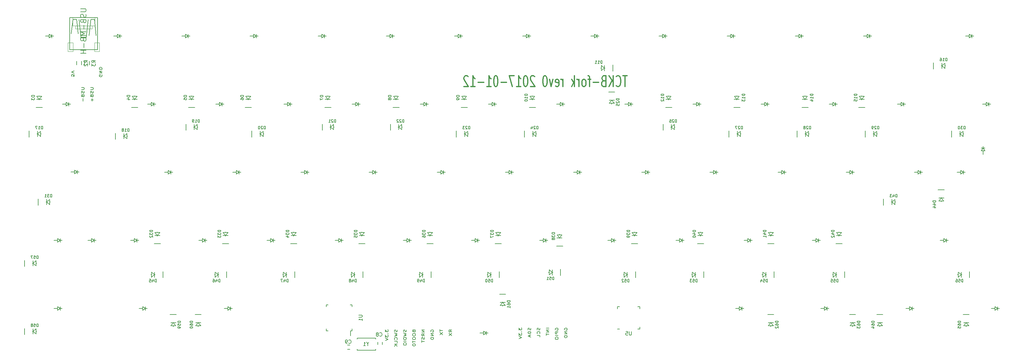
<source format=gbo>
G04 #@! TF.FileFunction,Legend,Bot*
%FSLAX46Y46*%
G04 Gerber Fmt 4.6, Leading zero omitted, Abs format (unit mm)*
G04 Created by KiCad (PCBNEW 4.0.5-e0-6337~49~ubuntu16.04.1) date Mon Jan 23 14:36:51 2017*
%MOMM*%
%LPD*%
G01*
G04 APERTURE LIST*
%ADD10C,0.150000*%
%ADD11C,0.190500*%
%ADD12C,0.304800*%
%ADD13C,0.066040*%
%ADD14C,0.127000*%
G04 APERTURE END LIST*
D10*
D11*
X80354714Y-84823905D02*
X80971571Y-84823905D01*
X81044143Y-84872286D01*
X81080429Y-84920667D01*
X81116714Y-85017429D01*
X81116714Y-85210952D01*
X81080429Y-85307714D01*
X81044143Y-85356095D01*
X80971571Y-85404476D01*
X80354714Y-85404476D01*
X81080429Y-85839905D02*
X81116714Y-85985048D01*
X81116714Y-86226952D01*
X81080429Y-86323714D01*
X81044143Y-86372095D01*
X80971571Y-86420476D01*
X80899000Y-86420476D01*
X80826429Y-86372095D01*
X80790143Y-86323714D01*
X80753857Y-86226952D01*
X80717571Y-86033429D01*
X80681286Y-85936667D01*
X80645000Y-85888286D01*
X80572429Y-85839905D01*
X80499857Y-85839905D01*
X80427286Y-85888286D01*
X80391000Y-85936667D01*
X80354714Y-86033429D01*
X80354714Y-86275333D01*
X80391000Y-86420476D01*
X80717571Y-87194571D02*
X80753857Y-87339714D01*
X80790143Y-87388095D01*
X80862714Y-87436476D01*
X80971571Y-87436476D01*
X81044143Y-87388095D01*
X81080429Y-87339714D01*
X81116714Y-87242952D01*
X81116714Y-86855905D01*
X80354714Y-86855905D01*
X80354714Y-87194571D01*
X80391000Y-87291333D01*
X80427286Y-87339714D01*
X80499857Y-87388095D01*
X80572429Y-87388095D01*
X80645000Y-87339714D01*
X80681286Y-87291333D01*
X80717571Y-87194571D01*
X80717571Y-86855905D01*
X80826429Y-87871905D02*
X80826429Y-88646000D01*
X82894714Y-84823905D02*
X83511571Y-84823905D01*
X83584143Y-84872286D01*
X83620429Y-84920667D01*
X83656714Y-85017429D01*
X83656714Y-85210952D01*
X83620429Y-85307714D01*
X83584143Y-85356095D01*
X83511571Y-85404476D01*
X82894714Y-85404476D01*
X83620429Y-85839905D02*
X83656714Y-85985048D01*
X83656714Y-86226952D01*
X83620429Y-86323714D01*
X83584143Y-86372095D01*
X83511571Y-86420476D01*
X83439000Y-86420476D01*
X83366429Y-86372095D01*
X83330143Y-86323714D01*
X83293857Y-86226952D01*
X83257571Y-86033429D01*
X83221286Y-85936667D01*
X83185000Y-85888286D01*
X83112429Y-85839905D01*
X83039857Y-85839905D01*
X82967286Y-85888286D01*
X82931000Y-85936667D01*
X82894714Y-86033429D01*
X82894714Y-86275333D01*
X82931000Y-86420476D01*
X83257571Y-87194571D02*
X83293857Y-87339714D01*
X83330143Y-87388095D01*
X83402714Y-87436476D01*
X83511571Y-87436476D01*
X83584143Y-87388095D01*
X83620429Y-87339714D01*
X83656714Y-87242952D01*
X83656714Y-86855905D01*
X82894714Y-86855905D01*
X82894714Y-87194571D01*
X82931000Y-87291333D01*
X82967286Y-87339714D01*
X83039857Y-87388095D01*
X83112429Y-87388095D01*
X83185000Y-87339714D01*
X83221286Y-87291333D01*
X83257571Y-87194571D01*
X83257571Y-86855905D01*
X83366429Y-87871905D02*
X83366429Y-88646000D01*
X83656714Y-88258952D02*
X83076143Y-88258952D01*
X86106000Y-81267905D02*
X86142286Y-81364667D01*
X86142286Y-81509810D01*
X86106000Y-81654952D01*
X86033429Y-81751714D01*
X85960857Y-81800095D01*
X85815714Y-81848476D01*
X85706857Y-81848476D01*
X85561714Y-81800095D01*
X85489143Y-81751714D01*
X85416571Y-81654952D01*
X85380286Y-81509810D01*
X85380286Y-81413048D01*
X85416571Y-81267905D01*
X85452857Y-81219524D01*
X85706857Y-81219524D01*
X85706857Y-81413048D01*
X85380286Y-80784095D02*
X86142286Y-80784095D01*
X85380286Y-80203524D01*
X86142286Y-80203524D01*
X85380286Y-79719714D02*
X86142286Y-79719714D01*
X86142286Y-79477809D01*
X86106000Y-79332667D01*
X86033429Y-79235905D01*
X85960857Y-79187524D01*
X85815714Y-79139143D01*
X85706857Y-79139143D01*
X85561714Y-79187524D01*
X85489143Y-79235905D01*
X85416571Y-79332667D01*
X85380286Y-79477809D01*
X85380286Y-79719714D01*
X78395286Y-81189286D02*
X78395286Y-81673095D01*
X78032429Y-81721476D01*
X78068714Y-81673095D01*
X78105000Y-81576333D01*
X78105000Y-81334429D01*
X78068714Y-81237667D01*
X78032429Y-81189286D01*
X77959857Y-81140905D01*
X77778429Y-81140905D01*
X77705857Y-81189286D01*
X77669571Y-81237667D01*
X77633286Y-81334429D01*
X77633286Y-81576333D01*
X77669571Y-81673095D01*
X77705857Y-81721476D01*
X78395286Y-80850619D02*
X77633286Y-80511952D01*
X78395286Y-80173286D01*
X215392000Y-152666095D02*
X215355714Y-152569333D01*
X215355714Y-152424190D01*
X215392000Y-152279048D01*
X215464571Y-152182286D01*
X215537143Y-152133905D01*
X215682286Y-152085524D01*
X215791143Y-152085524D01*
X215936286Y-152133905D01*
X216008857Y-152182286D01*
X216081429Y-152279048D01*
X216117714Y-152424190D01*
X216117714Y-152520952D01*
X216081429Y-152666095D01*
X216045143Y-152714476D01*
X215791143Y-152714476D01*
X215791143Y-152520952D01*
X216117714Y-153149905D02*
X215355714Y-153149905D01*
X216117714Y-153730476D01*
X215355714Y-153730476D01*
X216117714Y-154214286D02*
X215355714Y-154214286D01*
X215355714Y-154456191D01*
X215392000Y-154601333D01*
X215464571Y-154698095D01*
X215537143Y-154746476D01*
X215682286Y-154794857D01*
X215791143Y-154794857D01*
X215936286Y-154746476D01*
X216008857Y-154698095D01*
X216081429Y-154601333D01*
X216117714Y-154456191D01*
X216117714Y-154214286D01*
X212852000Y-152666095D02*
X212815714Y-152569333D01*
X212815714Y-152424190D01*
X212852000Y-152279048D01*
X212924571Y-152182286D01*
X212997143Y-152133905D01*
X213142286Y-152085524D01*
X213251143Y-152085524D01*
X213396286Y-152133905D01*
X213468857Y-152182286D01*
X213541429Y-152279048D01*
X213577714Y-152424190D01*
X213577714Y-152520952D01*
X213541429Y-152666095D01*
X213505143Y-152714476D01*
X213251143Y-152714476D01*
X213251143Y-152520952D01*
X213577714Y-153149905D02*
X212815714Y-153149905D01*
X212815714Y-153536952D01*
X212852000Y-153633714D01*
X212888286Y-153682095D01*
X212960857Y-153730476D01*
X213069714Y-153730476D01*
X213142286Y-153682095D01*
X213178571Y-153633714D01*
X213214857Y-153536952D01*
X213214857Y-153149905D01*
X213577714Y-154165905D02*
X212815714Y-154165905D01*
X212815714Y-154843239D02*
X212815714Y-155036762D01*
X212852000Y-155133524D01*
X212924571Y-155230286D01*
X213069714Y-155278667D01*
X213323714Y-155278667D01*
X213468857Y-155230286D01*
X213541429Y-155133524D01*
X213577714Y-155036762D01*
X213577714Y-154843239D01*
X213541429Y-154746477D01*
X213468857Y-154649715D01*
X213323714Y-154601334D01*
X213069714Y-154601334D01*
X212924571Y-154649715D01*
X212852000Y-154746477D01*
X212815714Y-154843239D01*
X211037714Y-152133905D02*
X210275714Y-152133905D01*
X211037714Y-152617715D02*
X210275714Y-152617715D01*
X211037714Y-153198286D01*
X210275714Y-153198286D01*
X210275714Y-153536953D02*
X210275714Y-154117524D01*
X211037714Y-153827239D02*
X210275714Y-153827239D01*
X208461429Y-152085524D02*
X208497714Y-152230667D01*
X208497714Y-152472571D01*
X208461429Y-152569333D01*
X208425143Y-152617714D01*
X208352571Y-152666095D01*
X208280000Y-152666095D01*
X208207429Y-152617714D01*
X208171143Y-152569333D01*
X208134857Y-152472571D01*
X208098571Y-152279048D01*
X208062286Y-152182286D01*
X208026000Y-152133905D01*
X207953429Y-152085524D01*
X207880857Y-152085524D01*
X207808286Y-152133905D01*
X207772000Y-152182286D01*
X207735714Y-152279048D01*
X207735714Y-152520952D01*
X207772000Y-152666095D01*
X208425143Y-153682095D02*
X208461429Y-153633714D01*
X208497714Y-153488571D01*
X208497714Y-153391809D01*
X208461429Y-153246667D01*
X208388857Y-153149905D01*
X208316286Y-153101524D01*
X208171143Y-153053143D01*
X208062286Y-153053143D01*
X207917143Y-153101524D01*
X207844571Y-153149905D01*
X207772000Y-153246667D01*
X207735714Y-153391809D01*
X207735714Y-153488571D01*
X207772000Y-153633714D01*
X207808286Y-153682095D01*
X208497714Y-154601333D02*
X208497714Y-154117524D01*
X207735714Y-154117524D01*
X205921429Y-152085524D02*
X205957714Y-152230667D01*
X205957714Y-152472571D01*
X205921429Y-152569333D01*
X205885143Y-152617714D01*
X205812571Y-152666095D01*
X205740000Y-152666095D01*
X205667429Y-152617714D01*
X205631143Y-152569333D01*
X205594857Y-152472571D01*
X205558571Y-152279048D01*
X205522286Y-152182286D01*
X205486000Y-152133905D01*
X205413429Y-152085524D01*
X205340857Y-152085524D01*
X205268286Y-152133905D01*
X205232000Y-152182286D01*
X205195714Y-152279048D01*
X205195714Y-152520952D01*
X205232000Y-152666095D01*
X205957714Y-153101524D02*
X205195714Y-153101524D01*
X205195714Y-153343429D01*
X205232000Y-153488571D01*
X205304571Y-153585333D01*
X205377143Y-153633714D01*
X205522286Y-153682095D01*
X205631143Y-153682095D01*
X205776286Y-153633714D01*
X205848857Y-153585333D01*
X205921429Y-153488571D01*
X205957714Y-153343429D01*
X205957714Y-153101524D01*
X205740000Y-154069143D02*
X205740000Y-154552952D01*
X205957714Y-153972381D02*
X205195714Y-154311048D01*
X205957714Y-154649714D01*
X202655714Y-152037143D02*
X202655714Y-152666095D01*
X202946000Y-152327429D01*
X202946000Y-152472571D01*
X202982286Y-152569333D01*
X203018571Y-152617714D01*
X203091143Y-152666095D01*
X203272571Y-152666095D01*
X203345143Y-152617714D01*
X203381429Y-152569333D01*
X203417714Y-152472571D01*
X203417714Y-152182286D01*
X203381429Y-152085524D01*
X203345143Y-152037143D01*
X203345143Y-153101524D02*
X203381429Y-153149905D01*
X203417714Y-153101524D01*
X203381429Y-153053143D01*
X203345143Y-153101524D01*
X203417714Y-153101524D01*
X202655714Y-153488572D02*
X202655714Y-154117524D01*
X202946000Y-153778858D01*
X202946000Y-153924000D01*
X202982286Y-154020762D01*
X203018571Y-154069143D01*
X203091143Y-154117524D01*
X203272571Y-154117524D01*
X203345143Y-154069143D01*
X203381429Y-154020762D01*
X203417714Y-153924000D01*
X203417714Y-153633715D01*
X203381429Y-153536953D01*
X203345143Y-153488572D01*
X202655714Y-154407810D02*
X203417714Y-154746477D01*
X202655714Y-155085143D01*
D12*
X232851476Y-81515857D02*
X231690333Y-81515857D01*
X232270905Y-84563857D02*
X232270905Y-81515857D01*
X229851858Y-84273571D02*
X229948620Y-84418714D01*
X230238905Y-84563857D01*
X230432429Y-84563857D01*
X230722715Y-84418714D01*
X230916239Y-84128429D01*
X231013000Y-83838143D01*
X231109762Y-83257571D01*
X231109762Y-82822143D01*
X231013000Y-82241571D01*
X230916239Y-81951286D01*
X230722715Y-81661000D01*
X230432429Y-81515857D01*
X230238905Y-81515857D01*
X229948620Y-81661000D01*
X229851858Y-81806143D01*
X228981000Y-84563857D02*
X228981000Y-81515857D01*
X227819858Y-84563857D02*
X228690715Y-82822143D01*
X227819858Y-81515857D02*
X228981000Y-83257571D01*
X226271667Y-82967286D02*
X225981381Y-83112429D01*
X225884620Y-83257571D01*
X225787858Y-83547857D01*
X225787858Y-83983286D01*
X225884620Y-84273571D01*
X225981381Y-84418714D01*
X226174905Y-84563857D01*
X226949000Y-84563857D01*
X226949000Y-81515857D01*
X226271667Y-81515857D01*
X226078143Y-81661000D01*
X225981381Y-81806143D01*
X225884620Y-82096429D01*
X225884620Y-82386714D01*
X225981381Y-82677000D01*
X226078143Y-82822143D01*
X226271667Y-82967286D01*
X226949000Y-82967286D01*
X224917000Y-83402714D02*
X223368810Y-83402714D01*
X222691476Y-82531857D02*
X221917381Y-82531857D01*
X222401190Y-84563857D02*
X222401190Y-81951286D01*
X222304429Y-81661000D01*
X222110905Y-81515857D01*
X221917381Y-81515857D01*
X220949762Y-84563857D02*
X221143286Y-84418714D01*
X221240047Y-84273571D01*
X221336809Y-83983286D01*
X221336809Y-83112429D01*
X221240047Y-82822143D01*
X221143286Y-82677000D01*
X220949762Y-82531857D01*
X220659476Y-82531857D01*
X220465952Y-82677000D01*
X220369190Y-82822143D01*
X220272428Y-83112429D01*
X220272428Y-83983286D01*
X220369190Y-84273571D01*
X220465952Y-84418714D01*
X220659476Y-84563857D01*
X220949762Y-84563857D01*
X219401571Y-84563857D02*
X219401571Y-82531857D01*
X219401571Y-83112429D02*
X219304810Y-82822143D01*
X219208048Y-82677000D01*
X219014524Y-82531857D01*
X218821000Y-82531857D01*
X218143666Y-84563857D02*
X218143666Y-81515857D01*
X217950143Y-83402714D02*
X217369571Y-84563857D01*
X217369571Y-82531857D02*
X218143666Y-83693000D01*
X214950524Y-84563857D02*
X214950524Y-82531857D01*
X214950524Y-83112429D02*
X214853763Y-82822143D01*
X214757001Y-82677000D01*
X214563477Y-82531857D01*
X214369953Y-82531857D01*
X212918524Y-84418714D02*
X213112048Y-84563857D01*
X213499096Y-84563857D01*
X213692619Y-84418714D01*
X213789381Y-84128429D01*
X213789381Y-82967286D01*
X213692619Y-82677000D01*
X213499096Y-82531857D01*
X213112048Y-82531857D01*
X212918524Y-82677000D01*
X212821762Y-82967286D01*
X212821762Y-83257571D01*
X213789381Y-83547857D01*
X212144429Y-82531857D02*
X211660620Y-84563857D01*
X211176810Y-82531857D01*
X210015668Y-81515857D02*
X209822144Y-81515857D01*
X209628620Y-81661000D01*
X209531858Y-81806143D01*
X209435096Y-82096429D01*
X209338335Y-82677000D01*
X209338335Y-83402714D01*
X209435096Y-83983286D01*
X209531858Y-84273571D01*
X209628620Y-84418714D01*
X209822144Y-84563857D01*
X210015668Y-84563857D01*
X210209192Y-84418714D01*
X210305954Y-84273571D01*
X210402715Y-83983286D01*
X210499477Y-83402714D01*
X210499477Y-82677000D01*
X210402715Y-82096429D01*
X210305954Y-81806143D01*
X210209192Y-81661000D01*
X210015668Y-81515857D01*
X207016049Y-81806143D02*
X206919287Y-81661000D01*
X206725764Y-81515857D01*
X206241954Y-81515857D01*
X206048430Y-81661000D01*
X205951668Y-81806143D01*
X205854907Y-82096429D01*
X205854907Y-82386714D01*
X205951668Y-82822143D01*
X207112811Y-84563857D01*
X205854907Y-84563857D01*
X204597002Y-81515857D02*
X204403478Y-81515857D01*
X204209954Y-81661000D01*
X204113192Y-81806143D01*
X204016430Y-82096429D01*
X203919669Y-82677000D01*
X203919669Y-83402714D01*
X204016430Y-83983286D01*
X204113192Y-84273571D01*
X204209954Y-84418714D01*
X204403478Y-84563857D01*
X204597002Y-84563857D01*
X204790526Y-84418714D01*
X204887288Y-84273571D01*
X204984049Y-83983286D01*
X205080811Y-83402714D01*
X205080811Y-82677000D01*
X204984049Y-82096429D01*
X204887288Y-81806143D01*
X204790526Y-81661000D01*
X204597002Y-81515857D01*
X201984431Y-84563857D02*
X203145573Y-84563857D01*
X202565002Y-84563857D02*
X202565002Y-81515857D01*
X202758526Y-81951286D01*
X202952050Y-82241571D01*
X203145573Y-82386714D01*
X201307097Y-81515857D02*
X199952431Y-81515857D01*
X200823288Y-84563857D01*
X199178335Y-83402714D02*
X197630145Y-83402714D01*
X196275478Y-81515857D02*
X196081954Y-81515857D01*
X195888430Y-81661000D01*
X195791668Y-81806143D01*
X195694906Y-82096429D01*
X195598145Y-82677000D01*
X195598145Y-83402714D01*
X195694906Y-83983286D01*
X195791668Y-84273571D01*
X195888430Y-84418714D01*
X196081954Y-84563857D01*
X196275478Y-84563857D01*
X196469002Y-84418714D01*
X196565764Y-84273571D01*
X196662525Y-83983286D01*
X196759287Y-83402714D01*
X196759287Y-82677000D01*
X196662525Y-82096429D01*
X196565764Y-81806143D01*
X196469002Y-81661000D01*
X196275478Y-81515857D01*
X193662907Y-84563857D02*
X194824049Y-84563857D01*
X194243478Y-84563857D02*
X194243478Y-81515857D01*
X194437002Y-81951286D01*
X194630526Y-82241571D01*
X194824049Y-82386714D01*
X192792049Y-83402714D02*
X191243859Y-83402714D01*
X189211859Y-84563857D02*
X190373001Y-84563857D01*
X189792430Y-84563857D02*
X189792430Y-81515857D01*
X189985954Y-81951286D01*
X190179478Y-82241571D01*
X190373001Y-82386714D01*
X188437763Y-81806143D02*
X188341001Y-81661000D01*
X188147478Y-81515857D01*
X187663668Y-81515857D01*
X187470144Y-81661000D01*
X187373382Y-81806143D01*
X187276621Y-82096429D01*
X187276621Y-82386714D01*
X187373382Y-82822143D01*
X188534525Y-84563857D01*
X187276621Y-84563857D01*
D11*
X183859714Y-153222476D02*
X183496857Y-152883810D01*
X183859714Y-152641905D02*
X183097714Y-152641905D01*
X183097714Y-153028952D01*
X183134000Y-153125714D01*
X183170286Y-153174095D01*
X183242857Y-153222476D01*
X183351714Y-153222476D01*
X183424286Y-153174095D01*
X183460571Y-153125714D01*
X183496857Y-153028952D01*
X183496857Y-152641905D01*
X183097714Y-153561143D02*
X183859714Y-154238476D01*
X183097714Y-154238476D02*
X183859714Y-153561143D01*
X180557714Y-152496762D02*
X180557714Y-153077333D01*
X181319714Y-152787048D02*
X180557714Y-152787048D01*
X180557714Y-153319238D02*
X181319714Y-153996571D01*
X180557714Y-153996571D02*
X181319714Y-153319238D01*
X178054000Y-153174095D02*
X178017714Y-153077333D01*
X178017714Y-152932190D01*
X178054000Y-152787048D01*
X178126571Y-152690286D01*
X178199143Y-152641905D01*
X178344286Y-152593524D01*
X178453143Y-152593524D01*
X178598286Y-152641905D01*
X178670857Y-152690286D01*
X178743429Y-152787048D01*
X178779714Y-152932190D01*
X178779714Y-153028952D01*
X178743429Y-153174095D01*
X178707143Y-153222476D01*
X178453143Y-153222476D01*
X178453143Y-153028952D01*
X178779714Y-153657905D02*
X178017714Y-153657905D01*
X178779714Y-154238476D01*
X178017714Y-154238476D01*
X178779714Y-154722286D02*
X178017714Y-154722286D01*
X178017714Y-154964191D01*
X178054000Y-155109333D01*
X178126571Y-155206095D01*
X178199143Y-155254476D01*
X178344286Y-155302857D01*
X178453143Y-155302857D01*
X178598286Y-155254476D01*
X178670857Y-155206095D01*
X178743429Y-155109333D01*
X178779714Y-154964191D01*
X178779714Y-154722286D01*
X176239714Y-152641905D02*
X175477714Y-152641905D01*
X176239714Y-153222476D01*
X175477714Y-153222476D01*
X176239714Y-154286857D02*
X175876857Y-153948191D01*
X176239714Y-153706286D02*
X175477714Y-153706286D01*
X175477714Y-154093333D01*
X175514000Y-154190095D01*
X175550286Y-154238476D01*
X175622857Y-154286857D01*
X175731714Y-154286857D01*
X175804286Y-154238476D01*
X175840571Y-154190095D01*
X175876857Y-154093333D01*
X175876857Y-153706286D01*
X176203429Y-154673905D02*
X176239714Y-154819048D01*
X176239714Y-155060952D01*
X176203429Y-155157714D01*
X176167143Y-155206095D01*
X176094571Y-155254476D01*
X176022000Y-155254476D01*
X175949429Y-155206095D01*
X175913143Y-155157714D01*
X175876857Y-155060952D01*
X175840571Y-154867429D01*
X175804286Y-154770667D01*
X175768000Y-154722286D01*
X175695429Y-154673905D01*
X175622857Y-154673905D01*
X175550286Y-154722286D01*
X175514000Y-154770667D01*
X175477714Y-154867429D01*
X175477714Y-155109333D01*
X175514000Y-155254476D01*
X175477714Y-155544762D02*
X175477714Y-156125333D01*
X176239714Y-155835048D02*
X175477714Y-155835048D01*
X173300571Y-152980571D02*
X173336857Y-153125714D01*
X173373143Y-153174095D01*
X173445714Y-153222476D01*
X173554571Y-153222476D01*
X173627143Y-153174095D01*
X173663429Y-153125714D01*
X173699714Y-153028952D01*
X173699714Y-152641905D01*
X172937714Y-152641905D01*
X172937714Y-152980571D01*
X172974000Y-153077333D01*
X173010286Y-153125714D01*
X173082857Y-153174095D01*
X173155429Y-153174095D01*
X173228000Y-153125714D01*
X173264286Y-153077333D01*
X173300571Y-152980571D01*
X173300571Y-152641905D01*
X172937714Y-153851429D02*
X172937714Y-154044952D01*
X172974000Y-154141714D01*
X173046571Y-154238476D01*
X173191714Y-154286857D01*
X173445714Y-154286857D01*
X173590857Y-154238476D01*
X173663429Y-154141714D01*
X173699714Y-154044952D01*
X173699714Y-153851429D01*
X173663429Y-153754667D01*
X173590857Y-153657905D01*
X173445714Y-153609524D01*
X173191714Y-153609524D01*
X173046571Y-153657905D01*
X172974000Y-153754667D01*
X172937714Y-153851429D01*
X172937714Y-154915810D02*
X172937714Y-155109333D01*
X172974000Y-155206095D01*
X173046571Y-155302857D01*
X173191714Y-155351238D01*
X173445714Y-155351238D01*
X173590857Y-155302857D01*
X173663429Y-155206095D01*
X173699714Y-155109333D01*
X173699714Y-154915810D01*
X173663429Y-154819048D01*
X173590857Y-154722286D01*
X173445714Y-154673905D01*
X173191714Y-154673905D01*
X173046571Y-154722286D01*
X172974000Y-154819048D01*
X172937714Y-154915810D01*
X172937714Y-155641524D02*
X172937714Y-156222095D01*
X173699714Y-155931810D02*
X172937714Y-155931810D01*
X172937714Y-156754286D02*
X172937714Y-156851047D01*
X172974000Y-156947809D01*
X173010286Y-156996190D01*
X173082857Y-157044571D01*
X173228000Y-157092952D01*
X173409429Y-157092952D01*
X173554571Y-157044571D01*
X173627143Y-156996190D01*
X173663429Y-156947809D01*
X173699714Y-156851047D01*
X173699714Y-156754286D01*
X173663429Y-156657524D01*
X173627143Y-156609143D01*
X173554571Y-156560762D01*
X173409429Y-156512381D01*
X173228000Y-156512381D01*
X173082857Y-156560762D01*
X173010286Y-156609143D01*
X172974000Y-156657524D01*
X172937714Y-156754286D01*
X165317714Y-152545143D02*
X165317714Y-153174095D01*
X165608000Y-152835429D01*
X165608000Y-152980571D01*
X165644286Y-153077333D01*
X165680571Y-153125714D01*
X165753143Y-153174095D01*
X165934571Y-153174095D01*
X166007143Y-153125714D01*
X166043429Y-153077333D01*
X166079714Y-152980571D01*
X166079714Y-152690286D01*
X166043429Y-152593524D01*
X166007143Y-152545143D01*
X166007143Y-153609524D02*
X166043429Y-153657905D01*
X166079714Y-153609524D01*
X166043429Y-153561143D01*
X166007143Y-153609524D01*
X166079714Y-153609524D01*
X165317714Y-153996572D02*
X165317714Y-154625524D01*
X165608000Y-154286858D01*
X165608000Y-154432000D01*
X165644286Y-154528762D01*
X165680571Y-154577143D01*
X165753143Y-154625524D01*
X165934571Y-154625524D01*
X166007143Y-154577143D01*
X166043429Y-154528762D01*
X166079714Y-154432000D01*
X166079714Y-154141715D01*
X166043429Y-154044953D01*
X166007143Y-153996572D01*
X165317714Y-154915810D02*
X166079714Y-155254477D01*
X165317714Y-155593143D01*
X168583429Y-152593524D02*
X168619714Y-152738667D01*
X168619714Y-152980571D01*
X168583429Y-153077333D01*
X168547143Y-153125714D01*
X168474571Y-153174095D01*
X168402000Y-153174095D01*
X168329429Y-153125714D01*
X168293143Y-153077333D01*
X168256857Y-152980571D01*
X168220571Y-152787048D01*
X168184286Y-152690286D01*
X168148000Y-152641905D01*
X168075429Y-152593524D01*
X168002857Y-152593524D01*
X167930286Y-152641905D01*
X167894000Y-152690286D01*
X167857714Y-152787048D01*
X167857714Y-153028952D01*
X167894000Y-153174095D01*
X167857714Y-153512762D02*
X168619714Y-153754667D01*
X168075429Y-153948190D01*
X168619714Y-154141714D01*
X167857714Y-154383619D01*
X168547143Y-155351238D02*
X168583429Y-155302857D01*
X168619714Y-155157714D01*
X168619714Y-155060952D01*
X168583429Y-154915810D01*
X168510857Y-154819048D01*
X168438286Y-154770667D01*
X168293143Y-154722286D01*
X168184286Y-154722286D01*
X168039143Y-154770667D01*
X167966571Y-154819048D01*
X167894000Y-154915810D01*
X167857714Y-155060952D01*
X167857714Y-155157714D01*
X167894000Y-155302857D01*
X167930286Y-155351238D01*
X168619714Y-156270476D02*
X168619714Y-155786667D01*
X167857714Y-155786667D01*
X168619714Y-156609143D02*
X167857714Y-156609143D01*
X168619714Y-157189714D02*
X168184286Y-156754286D01*
X167857714Y-157189714D02*
X168293143Y-156609143D01*
X171123429Y-152593524D02*
X171159714Y-152738667D01*
X171159714Y-152980571D01*
X171123429Y-153077333D01*
X171087143Y-153125714D01*
X171014571Y-153174095D01*
X170942000Y-153174095D01*
X170869429Y-153125714D01*
X170833143Y-153077333D01*
X170796857Y-152980571D01*
X170760571Y-152787048D01*
X170724286Y-152690286D01*
X170688000Y-152641905D01*
X170615429Y-152593524D01*
X170542857Y-152593524D01*
X170470286Y-152641905D01*
X170434000Y-152690286D01*
X170397714Y-152787048D01*
X170397714Y-153028952D01*
X170434000Y-153174095D01*
X170397714Y-153512762D02*
X171159714Y-153754667D01*
X170615429Y-153948190D01*
X171159714Y-154141714D01*
X170397714Y-154383619D01*
X171159714Y-154770667D02*
X170397714Y-154770667D01*
X170397714Y-155012572D01*
X170434000Y-155157714D01*
X170506571Y-155254476D01*
X170579143Y-155302857D01*
X170724286Y-155351238D01*
X170833143Y-155351238D01*
X170978286Y-155302857D01*
X171050857Y-155254476D01*
X171123429Y-155157714D01*
X171159714Y-155012572D01*
X171159714Y-154770667D01*
X171159714Y-155786667D02*
X170397714Y-155786667D01*
X170397714Y-156464001D02*
X170397714Y-156657524D01*
X170434000Y-156754286D01*
X170506571Y-156851048D01*
X170651714Y-156899429D01*
X170905714Y-156899429D01*
X171050857Y-156851048D01*
X171123429Y-156754286D01*
X171159714Y-156657524D01*
X171159714Y-156464001D01*
X171123429Y-156367239D01*
X171050857Y-156270477D01*
X170905714Y-156222096D01*
X170651714Y-156222096D01*
X170506571Y-156270477D01*
X170434000Y-156367239D01*
X170397714Y-156464001D01*
D10*
X193516250Y-153447750D02*
X194024250Y-153447750D01*
X192754250Y-153447750D02*
X191738250Y-153447750D01*
X192754250Y-153955750D02*
X192754250Y-152939750D01*
X192754250Y-152939750D02*
X193516250Y-153447750D01*
X193516250Y-153447750D02*
X192754250Y-153955750D01*
X193516250Y-153955750D02*
X193516250Y-152939750D01*
X69480000Y-90430000D02*
X67730000Y-90430000D01*
X68580000Y-88129580D02*
X68580000Y-88279440D01*
X68580000Y-87281220D02*
X68580000Y-87080560D01*
X68580000Y-88129580D02*
X67830700Y-88129580D01*
X68580000Y-88129580D02*
X69281040Y-88129580D01*
X68580000Y-88129580D02*
X69281040Y-87281220D01*
X69281040Y-87281220D02*
X67878960Y-87281220D01*
X67878960Y-87281220D02*
X68580000Y-88129580D01*
X96150000Y-90430000D02*
X94400000Y-90430000D01*
X95250000Y-88129580D02*
X95250000Y-88279440D01*
X95250000Y-87281220D02*
X95250000Y-87080560D01*
X95250000Y-88129580D02*
X94500700Y-88129580D01*
X95250000Y-88129580D02*
X95951040Y-88129580D01*
X95250000Y-88129580D02*
X95951040Y-87281220D01*
X95951040Y-87281220D02*
X94548960Y-87281220D01*
X94548960Y-87281220D02*
X95250000Y-88129580D01*
X112025000Y-90430000D02*
X110275000Y-90430000D01*
X111125000Y-88129580D02*
X111125000Y-88279440D01*
X111125000Y-87281220D02*
X111125000Y-87080560D01*
X111125000Y-88129580D02*
X110375700Y-88129580D01*
X111125000Y-88129580D02*
X111826040Y-88129580D01*
X111125000Y-88129580D02*
X111826040Y-87281220D01*
X111826040Y-87281220D02*
X110423960Y-87281220D01*
X110423960Y-87281220D02*
X111125000Y-88129580D01*
X127900000Y-90430000D02*
X126150000Y-90430000D01*
X127000000Y-88129580D02*
X127000000Y-88279440D01*
X127000000Y-87281220D02*
X127000000Y-87080560D01*
X127000000Y-88129580D02*
X126250700Y-88129580D01*
X127000000Y-88129580D02*
X127701040Y-88129580D01*
X127000000Y-88129580D02*
X127701040Y-87281220D01*
X127701040Y-87281220D02*
X126298960Y-87281220D01*
X126298960Y-87281220D02*
X127000000Y-88129580D01*
X150125000Y-90430000D02*
X148375000Y-90430000D01*
X149225000Y-88129580D02*
X149225000Y-88279440D01*
X149225000Y-87281220D02*
X149225000Y-87080560D01*
X149225000Y-88129580D02*
X148475700Y-88129580D01*
X149225000Y-88129580D02*
X149926040Y-88129580D01*
X149225000Y-88129580D02*
X149926040Y-87281220D01*
X149926040Y-87281220D02*
X148523960Y-87281220D01*
X148523960Y-87281220D02*
X149225000Y-88129580D01*
X169175000Y-90430000D02*
X167425000Y-90430000D01*
X168275000Y-88129580D02*
X168275000Y-88279440D01*
X168275000Y-87281220D02*
X168275000Y-87080560D01*
X168275000Y-88129580D02*
X167525700Y-88129580D01*
X168275000Y-88129580D02*
X168976040Y-88129580D01*
X168275000Y-88129580D02*
X168976040Y-87281220D01*
X168976040Y-87281220D02*
X167573960Y-87281220D01*
X167573960Y-87281220D02*
X168275000Y-88129580D01*
X188225000Y-90430000D02*
X186475000Y-90430000D01*
X187325000Y-88129580D02*
X187325000Y-88279440D01*
X187325000Y-87281220D02*
X187325000Y-87080560D01*
X187325000Y-88129580D02*
X186575700Y-88129580D01*
X187325000Y-88129580D02*
X188026040Y-88129580D01*
X187325000Y-88129580D02*
X188026040Y-87281220D01*
X188026040Y-87281220D02*
X186623960Y-87281220D01*
X186623960Y-87281220D02*
X187325000Y-88129580D01*
X207275000Y-90430000D02*
X205525000Y-90430000D01*
X206375000Y-88129580D02*
X206375000Y-88279440D01*
X206375000Y-87281220D02*
X206375000Y-87080560D01*
X206375000Y-88129580D02*
X205625700Y-88129580D01*
X206375000Y-88129580D02*
X207076040Y-88129580D01*
X206375000Y-88129580D02*
X207076040Y-87281220D01*
X207076040Y-87281220D02*
X205673960Y-87281220D01*
X205673960Y-87281220D02*
X206375000Y-88129580D01*
X228860000Y-78475000D02*
X228860000Y-80225000D01*
X226559580Y-79375000D02*
X226709440Y-79375000D01*
X225711220Y-79375000D02*
X225510560Y-79375000D01*
X226559580Y-79375000D02*
X226559580Y-80124300D01*
X226559580Y-79375000D02*
X226559580Y-78673960D01*
X226559580Y-79375000D02*
X225711220Y-78673960D01*
X225711220Y-78673960D02*
X225711220Y-80076040D01*
X225711220Y-80076040D02*
X226559580Y-79375000D01*
X245375000Y-90430000D02*
X243625000Y-90430000D01*
X244475000Y-88129580D02*
X244475000Y-88279440D01*
X244475000Y-87281220D02*
X244475000Y-87080560D01*
X244475000Y-88129580D02*
X243725700Y-88129580D01*
X244475000Y-88129580D02*
X245176040Y-88129580D01*
X244475000Y-88129580D02*
X245176040Y-87281220D01*
X245176040Y-87281220D02*
X243773960Y-87281220D01*
X243773960Y-87281220D02*
X244475000Y-88129580D01*
X264425000Y-90430000D02*
X262675000Y-90430000D01*
X263525000Y-88129580D02*
X263525000Y-88279440D01*
X263525000Y-87281220D02*
X263525000Y-87080560D01*
X263525000Y-88129580D02*
X262775700Y-88129580D01*
X263525000Y-88129580D02*
X264226040Y-88129580D01*
X263525000Y-88129580D02*
X264226040Y-87281220D01*
X264226040Y-87281220D02*
X262823960Y-87281220D01*
X262823960Y-87281220D02*
X263525000Y-88129580D01*
X283475000Y-90430000D02*
X281725000Y-90430000D01*
X282575000Y-88129580D02*
X282575000Y-88279440D01*
X282575000Y-87281220D02*
X282575000Y-87080560D01*
X282575000Y-88129580D02*
X281825700Y-88129580D01*
X282575000Y-88129580D02*
X283276040Y-88129580D01*
X282575000Y-88129580D02*
X283276040Y-87281220D01*
X283276040Y-87281220D02*
X281873960Y-87281220D01*
X281873960Y-87281220D02*
X282575000Y-88129580D01*
X299350000Y-90430000D02*
X297600000Y-90430000D01*
X298450000Y-88129580D02*
X298450000Y-88279440D01*
X298450000Y-87281220D02*
X298450000Y-87080560D01*
X298450000Y-88129580D02*
X297700700Y-88129580D01*
X298450000Y-88129580D02*
X299151040Y-88129580D01*
X298450000Y-88129580D02*
X299151040Y-87281220D01*
X299151040Y-87281220D02*
X297748960Y-87281220D01*
X297748960Y-87281220D02*
X298450000Y-88129580D01*
X318510000Y-79640000D02*
X318510000Y-77890000D01*
X320810420Y-78740000D02*
X320660560Y-78740000D01*
X321658780Y-78740000D02*
X321859440Y-78740000D01*
X320810420Y-78740000D02*
X320810420Y-77990700D01*
X320810420Y-78740000D02*
X320810420Y-79441040D01*
X320810420Y-78740000D02*
X321658780Y-79441040D01*
X321658780Y-79441040D02*
X321658780Y-78038960D01*
X321658780Y-78038960D02*
X320810420Y-78740000D01*
X65780000Y-98690000D02*
X65780000Y-96940000D01*
X68080420Y-97790000D02*
X67930560Y-97790000D01*
X68928780Y-97790000D02*
X69129440Y-97790000D01*
X68080420Y-97790000D02*
X68080420Y-97040700D01*
X68080420Y-97790000D02*
X68080420Y-98491040D01*
X68080420Y-97790000D02*
X68928780Y-98491040D01*
X68928780Y-98491040D02*
X68928780Y-97088960D01*
X68928780Y-97088960D02*
X68080420Y-97790000D01*
X89910000Y-99325000D02*
X89910000Y-97575000D01*
X92210420Y-98425000D02*
X92060560Y-98425000D01*
X93058780Y-98425000D02*
X93259440Y-98425000D01*
X92210420Y-98425000D02*
X92210420Y-97675700D01*
X92210420Y-98425000D02*
X92210420Y-99126040D01*
X92210420Y-98425000D02*
X93058780Y-99126040D01*
X93058780Y-99126040D02*
X93058780Y-97723960D01*
X93058780Y-97723960D02*
X92210420Y-98425000D01*
X109595000Y-96785000D02*
X109595000Y-95035000D01*
X111895420Y-95885000D02*
X111745560Y-95885000D01*
X112743780Y-95885000D02*
X112944440Y-95885000D01*
X111895420Y-95885000D02*
X111895420Y-95135700D01*
X111895420Y-95885000D02*
X111895420Y-96586040D01*
X111895420Y-95885000D02*
X112743780Y-96586040D01*
X112743780Y-96586040D02*
X112743780Y-95183960D01*
X112743780Y-95183960D02*
X111895420Y-95885000D01*
X128010000Y-98690000D02*
X128010000Y-96940000D01*
X130310420Y-97790000D02*
X130160560Y-97790000D01*
X131158780Y-97790000D02*
X131359440Y-97790000D01*
X130310420Y-97790000D02*
X130310420Y-97040700D01*
X130310420Y-97790000D02*
X130310420Y-98491040D01*
X130310420Y-97790000D02*
X131158780Y-98491040D01*
X131158780Y-98491040D02*
X131158780Y-97088960D01*
X131158780Y-97088960D02*
X130310420Y-97790000D01*
X147695000Y-96785000D02*
X147695000Y-95035000D01*
X149995420Y-95885000D02*
X149845560Y-95885000D01*
X150843780Y-95885000D02*
X151044440Y-95885000D01*
X149995420Y-95885000D02*
X149995420Y-95135700D01*
X149995420Y-95885000D02*
X149995420Y-96586040D01*
X149995420Y-95885000D02*
X150843780Y-96586040D01*
X150843780Y-96586040D02*
X150843780Y-95183960D01*
X150843780Y-95183960D02*
X149995420Y-95885000D01*
X166745000Y-96785000D02*
X166745000Y-95035000D01*
X169045420Y-95885000D02*
X168895560Y-95885000D01*
X169893780Y-95885000D02*
X170094440Y-95885000D01*
X169045420Y-95885000D02*
X169045420Y-95135700D01*
X169045420Y-95885000D02*
X169045420Y-96586040D01*
X169045420Y-95885000D02*
X169893780Y-96586040D01*
X169893780Y-96586040D02*
X169893780Y-95183960D01*
X169893780Y-95183960D02*
X169045420Y-95885000D01*
X185160000Y-98690000D02*
X185160000Y-96940000D01*
X187460420Y-97790000D02*
X187310560Y-97790000D01*
X188308780Y-97790000D02*
X188509440Y-97790000D01*
X187460420Y-97790000D02*
X187460420Y-97040700D01*
X187460420Y-97790000D02*
X187460420Y-98491040D01*
X187460420Y-97790000D02*
X188308780Y-98491040D01*
X188308780Y-98491040D02*
X188308780Y-97088960D01*
X188308780Y-97088960D02*
X187460420Y-97790000D01*
X204210000Y-98690000D02*
X204210000Y-96940000D01*
X206510420Y-97790000D02*
X206360560Y-97790000D01*
X207358780Y-97790000D02*
X207559440Y-97790000D01*
X206510420Y-97790000D02*
X206510420Y-97040700D01*
X206510420Y-97790000D02*
X206510420Y-98491040D01*
X206510420Y-97790000D02*
X207358780Y-98491040D01*
X207358780Y-98491040D02*
X207358780Y-97088960D01*
X207358780Y-97088960D02*
X206510420Y-97790000D01*
X227700000Y-86100000D02*
X229450000Y-86100000D01*
X228600000Y-88400420D02*
X228600000Y-88250560D01*
X228600000Y-89248780D02*
X228600000Y-89449440D01*
X228600000Y-88400420D02*
X229349300Y-88400420D01*
X228600000Y-88400420D02*
X227898960Y-88400420D01*
X228600000Y-88400420D02*
X227898960Y-89248780D01*
X227898960Y-89248780D02*
X229301040Y-89248780D01*
X229301040Y-89248780D02*
X228600000Y-88400420D01*
X242945000Y-96785000D02*
X242945000Y-95035000D01*
X245245420Y-95885000D02*
X245095560Y-95885000D01*
X246093780Y-95885000D02*
X246294440Y-95885000D01*
X245245420Y-95885000D02*
X245245420Y-95135700D01*
X245245420Y-95885000D02*
X245245420Y-96586040D01*
X245245420Y-95885000D02*
X246093780Y-96586040D01*
X246093780Y-96586040D02*
X246093780Y-95183960D01*
X246093780Y-95183960D02*
X245245420Y-95885000D01*
X261360000Y-98690000D02*
X261360000Y-96940000D01*
X263660420Y-97790000D02*
X263510560Y-97790000D01*
X264508780Y-97790000D02*
X264709440Y-97790000D01*
X263660420Y-97790000D02*
X263660420Y-97040700D01*
X263660420Y-97790000D02*
X263660420Y-98491040D01*
X263660420Y-97790000D02*
X264508780Y-98491040D01*
X264508780Y-98491040D02*
X264508780Y-97088960D01*
X264508780Y-97088960D02*
X263660420Y-97790000D01*
X280410000Y-98690000D02*
X280410000Y-96940000D01*
X282710420Y-97790000D02*
X282560560Y-97790000D01*
X283558780Y-97790000D02*
X283759440Y-97790000D01*
X282710420Y-97790000D02*
X282710420Y-97040700D01*
X282710420Y-97790000D02*
X282710420Y-98491040D01*
X282710420Y-97790000D02*
X283558780Y-98491040D01*
X283558780Y-98491040D02*
X283558780Y-97088960D01*
X283558780Y-97088960D02*
X282710420Y-97790000D01*
X299460000Y-98690000D02*
X299460000Y-96940000D01*
X301760420Y-97790000D02*
X301610560Y-97790000D01*
X302608780Y-97790000D02*
X302809440Y-97790000D01*
X301760420Y-97790000D02*
X301760420Y-97040700D01*
X301760420Y-97790000D02*
X301760420Y-98491040D01*
X301760420Y-97790000D02*
X302608780Y-98491040D01*
X302608780Y-98491040D02*
X302608780Y-97088960D01*
X302608780Y-97088960D02*
X301760420Y-97790000D01*
X323590000Y-98690000D02*
X323590000Y-96940000D01*
X325890420Y-97790000D02*
X325740560Y-97790000D01*
X326738780Y-97790000D02*
X326939440Y-97790000D01*
X325890420Y-97790000D02*
X325890420Y-97040700D01*
X325890420Y-97790000D02*
X325890420Y-98491040D01*
X325890420Y-97790000D02*
X326738780Y-98491040D01*
X326738780Y-98491040D02*
X326738780Y-97088960D01*
X326738780Y-97088960D02*
X325890420Y-97790000D01*
X68320000Y-117740000D02*
X68320000Y-115990000D01*
X70620420Y-116840000D02*
X70470560Y-116840000D01*
X71468780Y-116840000D02*
X71669440Y-116840000D01*
X70620420Y-116840000D02*
X70620420Y-116090700D01*
X70620420Y-116840000D02*
X70620420Y-117541040D01*
X70620420Y-116840000D02*
X71468780Y-117541040D01*
X71468780Y-117541040D02*
X71468780Y-116138960D01*
X71468780Y-116138960D02*
X70620420Y-116840000D01*
X102500000Y-128530000D02*
X100750000Y-128530000D01*
X101600000Y-126229580D02*
X101600000Y-126379440D01*
X101600000Y-125381220D02*
X101600000Y-125180560D01*
X101600000Y-126229580D02*
X100850700Y-126229580D01*
X101600000Y-126229580D02*
X102301040Y-126229580D01*
X101600000Y-126229580D02*
X102301040Y-125381220D01*
X102301040Y-125381220D02*
X100898960Y-125381220D01*
X100898960Y-125381220D02*
X101600000Y-126229580D01*
X121550000Y-128530000D02*
X119800000Y-128530000D01*
X120650000Y-126229580D02*
X120650000Y-126379440D01*
X120650000Y-125381220D02*
X120650000Y-125180560D01*
X120650000Y-126229580D02*
X119900700Y-126229580D01*
X120650000Y-126229580D02*
X121351040Y-126229580D01*
X120650000Y-126229580D02*
X121351040Y-125381220D01*
X121351040Y-125381220D02*
X119948960Y-125381220D01*
X119948960Y-125381220D02*
X120650000Y-126229580D01*
X140600000Y-128530000D02*
X138850000Y-128530000D01*
X139700000Y-126229580D02*
X139700000Y-126379440D01*
X139700000Y-125381220D02*
X139700000Y-125180560D01*
X139700000Y-126229580D02*
X138950700Y-126229580D01*
X139700000Y-126229580D02*
X140401040Y-126229580D01*
X139700000Y-126229580D02*
X140401040Y-125381220D01*
X140401040Y-125381220D02*
X138998960Y-125381220D01*
X138998960Y-125381220D02*
X139700000Y-126229580D01*
X159650000Y-128530000D02*
X157900000Y-128530000D01*
X158750000Y-126229580D02*
X158750000Y-126379440D01*
X158750000Y-125381220D02*
X158750000Y-125180560D01*
X158750000Y-126229580D02*
X158000700Y-126229580D01*
X158750000Y-126229580D02*
X159451040Y-126229580D01*
X158750000Y-126229580D02*
X159451040Y-125381220D01*
X159451040Y-125381220D02*
X158048960Y-125381220D01*
X158048960Y-125381220D02*
X158750000Y-126229580D01*
X178700000Y-128530000D02*
X176950000Y-128530000D01*
X177800000Y-126229580D02*
X177800000Y-126379440D01*
X177800000Y-125381220D02*
X177800000Y-125180560D01*
X177800000Y-126229580D02*
X177050700Y-126229580D01*
X177800000Y-126229580D02*
X178501040Y-126229580D01*
X177800000Y-126229580D02*
X178501040Y-125381220D01*
X178501040Y-125381220D02*
X177098960Y-125381220D01*
X177098960Y-125381220D02*
X177800000Y-126229580D01*
X197750000Y-128530000D02*
X196000000Y-128530000D01*
X196850000Y-126229580D02*
X196850000Y-126379440D01*
X196850000Y-125381220D02*
X196850000Y-125180560D01*
X196850000Y-126229580D02*
X196100700Y-126229580D01*
X196850000Y-126229580D02*
X197551040Y-126229580D01*
X196850000Y-126229580D02*
X197551040Y-125381220D01*
X197551040Y-125381220D02*
X196148960Y-125381220D01*
X196148960Y-125381220D02*
X196850000Y-126229580D01*
X214895000Y-129165000D02*
X213145000Y-129165000D01*
X213995000Y-126864580D02*
X213995000Y-127014440D01*
X213995000Y-126016220D02*
X213995000Y-125815560D01*
X213995000Y-126864580D02*
X213245700Y-126864580D01*
X213995000Y-126864580D02*
X214696040Y-126864580D01*
X213995000Y-126864580D02*
X214696040Y-126016220D01*
X214696040Y-126016220D02*
X213293960Y-126016220D01*
X213293960Y-126016220D02*
X213995000Y-126864580D01*
X235850000Y-128530000D02*
X234100000Y-128530000D01*
X234950000Y-126229580D02*
X234950000Y-126379440D01*
X234950000Y-125381220D02*
X234950000Y-125180560D01*
X234950000Y-126229580D02*
X234200700Y-126229580D01*
X234950000Y-126229580D02*
X235651040Y-126229580D01*
X234950000Y-126229580D02*
X235651040Y-125381220D01*
X235651040Y-125381220D02*
X234248960Y-125381220D01*
X234248960Y-125381220D02*
X234950000Y-126229580D01*
X254265000Y-128530000D02*
X252515000Y-128530000D01*
X253365000Y-126229580D02*
X253365000Y-126379440D01*
X253365000Y-125381220D02*
X253365000Y-125180560D01*
X253365000Y-126229580D02*
X252615700Y-126229580D01*
X253365000Y-126229580D02*
X254066040Y-126229580D01*
X253365000Y-126229580D02*
X254066040Y-125381220D01*
X254066040Y-125381220D02*
X252663960Y-125381220D01*
X252663960Y-125381220D02*
X253365000Y-126229580D01*
X273950000Y-128530000D02*
X272200000Y-128530000D01*
X273050000Y-126229580D02*
X273050000Y-126379440D01*
X273050000Y-125381220D02*
X273050000Y-125180560D01*
X273050000Y-126229580D02*
X272300700Y-126229580D01*
X273050000Y-126229580D02*
X273751040Y-126229580D01*
X273050000Y-126229580D02*
X273751040Y-125381220D01*
X273751040Y-125381220D02*
X272348960Y-125381220D01*
X272348960Y-125381220D02*
X273050000Y-126229580D01*
X293000000Y-128530000D02*
X291250000Y-128530000D01*
X292100000Y-126229580D02*
X292100000Y-126379440D01*
X292100000Y-125381220D02*
X292100000Y-125180560D01*
X292100000Y-126229580D02*
X291350700Y-126229580D01*
X292100000Y-126229580D02*
X292801040Y-126229580D01*
X292100000Y-126229580D02*
X292801040Y-125381220D01*
X292801040Y-125381220D02*
X291398960Y-125381220D01*
X291398960Y-125381220D02*
X292100000Y-126229580D01*
X304540000Y-117740000D02*
X304540000Y-115990000D01*
X306840420Y-116840000D02*
X306690560Y-116840000D01*
X307688780Y-116840000D02*
X307889440Y-116840000D01*
X306840420Y-116840000D02*
X306840420Y-116090700D01*
X306840420Y-116840000D02*
X306840420Y-117541040D01*
X306840420Y-116840000D02*
X307688780Y-117541040D01*
X307688780Y-117541040D02*
X307688780Y-116138960D01*
X307688780Y-116138960D02*
X306840420Y-116840000D01*
X319775000Y-113405000D02*
X321525000Y-113405000D01*
X320675000Y-115705420D02*
X320675000Y-115555560D01*
X320675000Y-116553780D02*
X320675000Y-116754440D01*
X320675000Y-115705420D02*
X321424300Y-115705420D01*
X320675000Y-115705420D02*
X319973960Y-115705420D01*
X320675000Y-115705420D02*
X319973960Y-116553780D01*
X319973960Y-116553780D02*
X321376040Y-116553780D01*
X321376040Y-116553780D02*
X320675000Y-115705420D01*
X103130000Y-136260000D02*
X103130000Y-138010000D01*
X100829580Y-137160000D02*
X100979440Y-137160000D01*
X99981220Y-137160000D02*
X99780560Y-137160000D01*
X100829580Y-137160000D02*
X100829580Y-137909300D01*
X100829580Y-137160000D02*
X100829580Y-136458960D01*
X100829580Y-137160000D02*
X99981220Y-136458960D01*
X99981220Y-136458960D02*
X99981220Y-137861040D01*
X99981220Y-137861040D02*
X100829580Y-137160000D01*
X120910000Y-136260000D02*
X120910000Y-138010000D01*
X118609580Y-137160000D02*
X118759440Y-137160000D01*
X117761220Y-137160000D02*
X117560560Y-137160000D01*
X118609580Y-137160000D02*
X118609580Y-137909300D01*
X118609580Y-137160000D02*
X118609580Y-136458960D01*
X118609580Y-137160000D02*
X117761220Y-136458960D01*
X117761220Y-136458960D02*
X117761220Y-137861040D01*
X117761220Y-137861040D02*
X118609580Y-137160000D01*
X139960000Y-136260000D02*
X139960000Y-138010000D01*
X137659580Y-137160000D02*
X137809440Y-137160000D01*
X136811220Y-137160000D02*
X136610560Y-137160000D01*
X137659580Y-137160000D02*
X137659580Y-137909300D01*
X137659580Y-137160000D02*
X137659580Y-136458960D01*
X137659580Y-137160000D02*
X136811220Y-136458960D01*
X136811220Y-136458960D02*
X136811220Y-137861040D01*
X136811220Y-137861040D02*
X137659580Y-137160000D01*
X159010000Y-136260000D02*
X159010000Y-138010000D01*
X156709580Y-137160000D02*
X156859440Y-137160000D01*
X155861220Y-137160000D02*
X155660560Y-137160000D01*
X156709580Y-137160000D02*
X156709580Y-137909300D01*
X156709580Y-137160000D02*
X156709580Y-136458960D01*
X156709580Y-137160000D02*
X155861220Y-136458960D01*
X155861220Y-136458960D02*
X155861220Y-137861040D01*
X155861220Y-137861040D02*
X156709580Y-137160000D01*
X178060000Y-136260000D02*
X178060000Y-138010000D01*
X175759580Y-137160000D02*
X175909440Y-137160000D01*
X174911220Y-137160000D02*
X174710560Y-137160000D01*
X175759580Y-137160000D02*
X175759580Y-137909300D01*
X175759580Y-137160000D02*
X175759580Y-136458960D01*
X175759580Y-137160000D02*
X174911220Y-136458960D01*
X174911220Y-136458960D02*
X174911220Y-137861040D01*
X174911220Y-137861040D02*
X175759580Y-137160000D01*
X197110000Y-136260000D02*
X197110000Y-138010000D01*
X194809580Y-137160000D02*
X194959440Y-137160000D01*
X193961220Y-137160000D02*
X193760560Y-137160000D01*
X194809580Y-137160000D02*
X194809580Y-137909300D01*
X194809580Y-137160000D02*
X194809580Y-136458960D01*
X194809580Y-137160000D02*
X193961220Y-136458960D01*
X193961220Y-136458960D02*
X193961220Y-137861040D01*
X193961220Y-137861040D02*
X194809580Y-137160000D01*
X214255000Y-135625000D02*
X214255000Y-137375000D01*
X211954580Y-136525000D02*
X212104440Y-136525000D01*
X211106220Y-136525000D02*
X210905560Y-136525000D01*
X211954580Y-136525000D02*
X211954580Y-137274300D01*
X211954580Y-136525000D02*
X211954580Y-135823960D01*
X211954580Y-136525000D02*
X211106220Y-135823960D01*
X211106220Y-135823960D02*
X211106220Y-137226040D01*
X211106220Y-137226040D02*
X211954580Y-136525000D01*
X235210000Y-136260000D02*
X235210000Y-138010000D01*
X232909580Y-137160000D02*
X233059440Y-137160000D01*
X232061220Y-137160000D02*
X231860560Y-137160000D01*
X232909580Y-137160000D02*
X232909580Y-137909300D01*
X232909580Y-137160000D02*
X232909580Y-136458960D01*
X232909580Y-137160000D02*
X232061220Y-136458960D01*
X232061220Y-136458960D02*
X232061220Y-137861040D01*
X232061220Y-137861040D02*
X232909580Y-137160000D01*
X254260000Y-136260000D02*
X254260000Y-138010000D01*
X251959580Y-137160000D02*
X252109440Y-137160000D01*
X251111220Y-137160000D02*
X250910560Y-137160000D01*
X251959580Y-137160000D02*
X251959580Y-137909300D01*
X251959580Y-137160000D02*
X251959580Y-136458960D01*
X251959580Y-137160000D02*
X251111220Y-136458960D01*
X251111220Y-136458960D02*
X251111220Y-137861040D01*
X251111220Y-137861040D02*
X251959580Y-137160000D01*
X273945000Y-136260000D02*
X273945000Y-138010000D01*
X271644580Y-137160000D02*
X271794440Y-137160000D01*
X270796220Y-137160000D02*
X270595560Y-137160000D01*
X271644580Y-137160000D02*
X271644580Y-137909300D01*
X271644580Y-137160000D02*
X271644580Y-136458960D01*
X271644580Y-137160000D02*
X270796220Y-136458960D01*
X270796220Y-136458960D02*
X270796220Y-137861040D01*
X270796220Y-137861040D02*
X271644580Y-137160000D01*
X293630000Y-136260000D02*
X293630000Y-138010000D01*
X291329580Y-137160000D02*
X291479440Y-137160000D01*
X290481220Y-137160000D02*
X290280560Y-137160000D01*
X291329580Y-137160000D02*
X291329580Y-137909300D01*
X291329580Y-137160000D02*
X291329580Y-136458960D01*
X291329580Y-137160000D02*
X290481220Y-136458960D01*
X290481220Y-136458960D02*
X290481220Y-137861040D01*
X290481220Y-137861040D02*
X291329580Y-137160000D01*
X328555000Y-136260000D02*
X328555000Y-138010000D01*
X326254580Y-137160000D02*
X326404440Y-137160000D01*
X325406220Y-137160000D02*
X325205560Y-137160000D01*
X326254580Y-137160000D02*
X326254580Y-137909300D01*
X326254580Y-137160000D02*
X326254580Y-136458960D01*
X326254580Y-137160000D02*
X325406220Y-136458960D01*
X325406220Y-136458960D02*
X325406220Y-137861040D01*
X325406220Y-137861040D02*
X326254580Y-137160000D01*
X64510000Y-134885000D02*
X64510000Y-133135000D01*
X66810420Y-133985000D02*
X66660560Y-133985000D01*
X67658780Y-133985000D02*
X67859440Y-133985000D01*
X66810420Y-133985000D02*
X66810420Y-133235700D01*
X66810420Y-133985000D02*
X66810420Y-134686040D01*
X66810420Y-133985000D02*
X67658780Y-134686040D01*
X67658780Y-134686040D02*
X67658780Y-133283960D01*
X67658780Y-133283960D02*
X66810420Y-133985000D01*
X64510000Y-153935000D02*
X64510000Y-152185000D01*
X66810420Y-153035000D02*
X66660560Y-153035000D01*
X67658780Y-153035000D02*
X67859440Y-153035000D01*
X66810420Y-153035000D02*
X66810420Y-152285700D01*
X66810420Y-153035000D02*
X66810420Y-153736040D01*
X66810420Y-153035000D02*
X67658780Y-153736040D01*
X67658780Y-153736040D02*
X67658780Y-152333960D01*
X67658780Y-152333960D02*
X66810420Y-153035000D01*
X105145000Y-148330000D02*
X106895000Y-148330000D01*
X106045000Y-150630420D02*
X106045000Y-150480560D01*
X106045000Y-151478780D02*
X106045000Y-151679440D01*
X106045000Y-150630420D02*
X106794300Y-150630420D01*
X106045000Y-150630420D02*
X105343960Y-150630420D01*
X106045000Y-150630420D02*
X105343960Y-151478780D01*
X105343960Y-151478780D02*
X106746040Y-151478780D01*
X106746040Y-151478780D02*
X106045000Y-150630420D01*
X112130000Y-148330000D02*
X113880000Y-148330000D01*
X113030000Y-150630420D02*
X113030000Y-150480560D01*
X113030000Y-151478780D02*
X113030000Y-151679440D01*
X113030000Y-150630420D02*
X113779300Y-150630420D01*
X113030000Y-150630420D02*
X112328960Y-150630420D01*
X113030000Y-150630420D02*
X112328960Y-151478780D01*
X112328960Y-151478780D02*
X113731040Y-151478780D01*
X113731040Y-151478780D02*
X113030000Y-150630420D01*
X197220000Y-142615000D02*
X198970000Y-142615000D01*
X198120000Y-144915420D02*
X198120000Y-144765560D01*
X198120000Y-145763780D02*
X198120000Y-145964440D01*
X198120000Y-144915420D02*
X198869300Y-144915420D01*
X198120000Y-144915420D02*
X197418960Y-144915420D01*
X198120000Y-144915420D02*
X197418960Y-145763780D01*
X197418960Y-145763780D02*
X198821040Y-145763780D01*
X198821040Y-145763780D02*
X198120000Y-144915420D01*
X272150000Y-148330000D02*
X273900000Y-148330000D01*
X273050000Y-150630420D02*
X273050000Y-150480560D01*
X273050000Y-151478780D02*
X273050000Y-151679440D01*
X273050000Y-150630420D02*
X273799300Y-150630420D01*
X273050000Y-150630420D02*
X272348960Y-150630420D01*
X273050000Y-150630420D02*
X272348960Y-151478780D01*
X272348960Y-151478780D02*
X273751040Y-151478780D01*
X273751040Y-151478780D02*
X273050000Y-150630420D01*
X295010000Y-148330000D02*
X296760000Y-148330000D01*
X295910000Y-150630420D02*
X295910000Y-150480560D01*
X295910000Y-151478780D02*
X295910000Y-151679440D01*
X295910000Y-150630420D02*
X296659300Y-150630420D01*
X295910000Y-150630420D02*
X295208960Y-150630420D01*
X295910000Y-150630420D02*
X295208960Y-151478780D01*
X295208960Y-151478780D02*
X296611040Y-151478780D01*
X296611040Y-151478780D02*
X295910000Y-150630420D01*
X302630000Y-148330000D02*
X304380000Y-148330000D01*
X303530000Y-150630420D02*
X303530000Y-150480560D01*
X303530000Y-151478780D02*
X303530000Y-151679440D01*
X303530000Y-150630420D02*
X304279300Y-150630420D01*
X303530000Y-150630420D02*
X302828960Y-150630420D01*
X303530000Y-150630420D02*
X302828960Y-151478780D01*
X302828960Y-151478780D02*
X304231040Y-151478780D01*
X304231040Y-151478780D02*
X303530000Y-150630420D01*
X326760000Y-148330000D02*
X328510000Y-148330000D01*
X327660000Y-150630420D02*
X327660000Y-150480560D01*
X327660000Y-151478780D02*
X327660000Y-151679440D01*
X327660000Y-150630420D02*
X328409300Y-150630420D01*
X327660000Y-150630420D02*
X326958960Y-150630420D01*
X327660000Y-150630420D02*
X326958960Y-151478780D01*
X326958960Y-151478780D02*
X328361040Y-151478780D01*
X328361040Y-151478780D02*
X327660000Y-150630420D01*
X336391250Y-146589750D02*
X336899250Y-146589750D01*
X335629250Y-146589750D02*
X334613250Y-146589750D01*
X335629250Y-146081750D02*
X335629250Y-147097750D01*
X335629250Y-147097750D02*
X336391250Y-146589750D01*
X336391250Y-146589750D02*
X335629250Y-146081750D01*
X336391250Y-146081750D02*
X336391250Y-147097750D01*
X322105020Y-127541020D02*
X322613020Y-127541020D01*
X321343020Y-127541020D02*
X320327020Y-127541020D01*
X321343020Y-127033020D02*
X321343020Y-128049020D01*
X321343020Y-128049020D02*
X322105020Y-127541020D01*
X322105020Y-127541020D02*
X321343020Y-127033020D01*
X322105020Y-127033020D02*
X322105020Y-128049020D01*
X326866250Y-108491020D02*
X327374250Y-108491020D01*
X326104250Y-108491020D02*
X325088250Y-108491020D01*
X326104250Y-107983020D02*
X326104250Y-108999020D01*
X326104250Y-108999020D02*
X326866250Y-108491020D01*
X326866250Y-108491020D02*
X326104250Y-107983020D01*
X326866250Y-107983020D02*
X326866250Y-108999020D01*
X332327250Y-101758750D02*
X332327250Y-101250750D01*
X332327250Y-102520750D02*
X332327250Y-103536750D01*
X331819250Y-102520750D02*
X332835250Y-102520750D01*
X332835250Y-102520750D02*
X332327250Y-101758750D01*
X332327250Y-101758750D02*
X331819250Y-102520750D01*
X331819250Y-101758750D02*
X332835250Y-101758750D01*
X334010000Y-89441020D02*
X334518000Y-89441020D01*
X333248000Y-89441020D02*
X332232000Y-89441020D01*
X333248000Y-88933020D02*
X333248000Y-89949020D01*
X333248000Y-89949020D02*
X334010000Y-89441020D01*
X334010000Y-89441020D02*
X333248000Y-88933020D01*
X334010000Y-88933020D02*
X334010000Y-89949020D01*
X329247500Y-70389750D02*
X329755500Y-70389750D01*
X328485500Y-70389750D02*
X327469500Y-70389750D01*
X328485500Y-69881750D02*
X328485500Y-70897750D01*
X328485500Y-70897750D02*
X329247500Y-70389750D01*
X329247500Y-70389750D02*
X328485500Y-69881750D01*
X329247500Y-69881750D02*
X329247500Y-70897750D01*
X312578750Y-146589750D02*
X313086750Y-146589750D01*
X311816750Y-146589750D02*
X310800750Y-146589750D01*
X311816750Y-146081750D02*
X311816750Y-147097750D01*
X311816750Y-147097750D02*
X312578750Y-146589750D01*
X312578750Y-146589750D02*
X311816750Y-146081750D01*
X312578750Y-146081750D02*
X312578750Y-147097750D01*
X314960000Y-108491020D02*
X315468000Y-108491020D01*
X314198000Y-108491020D02*
X313182000Y-108491020D01*
X314198000Y-107983020D02*
X314198000Y-108999020D01*
X314198000Y-108999020D02*
X314960000Y-108491020D01*
X314960000Y-108491020D02*
X314198000Y-107983020D01*
X314960000Y-107983020D02*
X314960000Y-108999020D01*
X310197500Y-89441020D02*
X310705500Y-89441020D01*
X309435500Y-89441020D02*
X308419500Y-89441020D01*
X309435500Y-88933020D02*
X309435500Y-89949020D01*
X309435500Y-89949020D02*
X310197500Y-89441020D01*
X310197500Y-89441020D02*
X309435500Y-88933020D01*
X310197500Y-88933020D02*
X310197500Y-89949020D01*
X300672500Y-70389750D02*
X301180500Y-70389750D01*
X299910500Y-70389750D02*
X298894500Y-70389750D01*
X299910500Y-69881750D02*
X299910500Y-70897750D01*
X299910500Y-70897750D02*
X300672500Y-70389750D01*
X300672500Y-70389750D02*
X299910500Y-69881750D01*
X300672500Y-69881750D02*
X300672500Y-70897750D01*
X288766250Y-146589750D02*
X289274250Y-146589750D01*
X288004250Y-146589750D02*
X286988250Y-146589750D01*
X288004250Y-146081750D02*
X288004250Y-147097750D01*
X288004250Y-147097750D02*
X288766250Y-146589750D01*
X288766250Y-146589750D02*
X288004250Y-146081750D01*
X288766250Y-146081750D02*
X288766250Y-147097750D01*
X286385000Y-127541020D02*
X286893000Y-127541020D01*
X285623000Y-127541020D02*
X284607000Y-127541020D01*
X285623000Y-127033020D02*
X285623000Y-128049020D01*
X285623000Y-128049020D02*
X286385000Y-127541020D01*
X286385000Y-127541020D02*
X285623000Y-127033020D01*
X286385000Y-127033020D02*
X286385000Y-128049020D01*
X295910000Y-108491020D02*
X296418000Y-108491020D01*
X295148000Y-108491020D02*
X294132000Y-108491020D01*
X295148000Y-107983020D02*
X295148000Y-108999020D01*
X295148000Y-108999020D02*
X295910000Y-108491020D01*
X295910000Y-108491020D02*
X295148000Y-107983020D01*
X295910000Y-107983020D02*
X295910000Y-108999020D01*
X291147500Y-89441020D02*
X291655500Y-89441020D01*
X290385500Y-89441020D02*
X289369500Y-89441020D01*
X290385500Y-88933020D02*
X290385500Y-89949020D01*
X290385500Y-89949020D02*
X291147500Y-89441020D01*
X291147500Y-89441020D02*
X290385500Y-88933020D01*
X291147500Y-88933020D02*
X291147500Y-89949020D01*
X281622500Y-70389750D02*
X282130500Y-70389750D01*
X280860500Y-70389750D02*
X279844500Y-70389750D01*
X280860500Y-69881750D02*
X280860500Y-70897750D01*
X280860500Y-70897750D02*
X281622500Y-70389750D01*
X281622500Y-70389750D02*
X280860500Y-69881750D01*
X281622500Y-69881750D02*
X281622500Y-70897750D01*
X264953750Y-146589750D02*
X265461750Y-146589750D01*
X264191750Y-146589750D02*
X263175750Y-146589750D01*
X264191750Y-146081750D02*
X264191750Y-147097750D01*
X264191750Y-147097750D02*
X264953750Y-146589750D01*
X264953750Y-146589750D02*
X264191750Y-146081750D01*
X264953750Y-146081750D02*
X264953750Y-147097750D01*
X267335000Y-127541020D02*
X267843000Y-127541020D01*
X266573000Y-127541020D02*
X265557000Y-127541020D01*
X266573000Y-127033020D02*
X266573000Y-128049020D01*
X266573000Y-128049020D02*
X267335000Y-127541020D01*
X267335000Y-127541020D02*
X266573000Y-127033020D01*
X267335000Y-127033020D02*
X267335000Y-128049020D01*
X276860000Y-108491020D02*
X277368000Y-108491020D01*
X276098000Y-108491020D02*
X275082000Y-108491020D01*
X276098000Y-107983020D02*
X276098000Y-108999020D01*
X276098000Y-108999020D02*
X276860000Y-108491020D01*
X276860000Y-108491020D02*
X276098000Y-107983020D01*
X276860000Y-107983020D02*
X276860000Y-108999020D01*
X272097500Y-89441020D02*
X272605500Y-89441020D01*
X271335500Y-89441020D02*
X270319500Y-89441020D01*
X271335500Y-88933020D02*
X271335500Y-89949020D01*
X271335500Y-89949020D02*
X272097500Y-89441020D01*
X272097500Y-89441020D02*
X271335500Y-88933020D01*
X272097500Y-88933020D02*
X272097500Y-89949020D01*
X262572500Y-70389750D02*
X263080500Y-70389750D01*
X261810500Y-70389750D02*
X260794500Y-70389750D01*
X261810500Y-69881750D02*
X261810500Y-70897750D01*
X261810500Y-70897750D02*
X262572500Y-70389750D01*
X262572500Y-70389750D02*
X261810500Y-69881750D01*
X262572500Y-69881750D02*
X262572500Y-70897750D01*
X248285000Y-127541020D02*
X248793000Y-127541020D01*
X247523000Y-127541020D02*
X246507000Y-127541020D01*
X247523000Y-127033020D02*
X247523000Y-128049020D01*
X247523000Y-128049020D02*
X248285000Y-127541020D01*
X248285000Y-127541020D02*
X247523000Y-127033020D01*
X248285000Y-127033020D02*
X248285000Y-128049020D01*
X257810000Y-108491020D02*
X258318000Y-108491020D01*
X257048000Y-108491020D02*
X256032000Y-108491020D01*
X257048000Y-107983020D02*
X257048000Y-108999020D01*
X257048000Y-108999020D02*
X257810000Y-108491020D01*
X257810000Y-108491020D02*
X257048000Y-107983020D01*
X257810000Y-107983020D02*
X257810000Y-108999020D01*
X253047500Y-89441020D02*
X253555500Y-89441020D01*
X252285500Y-89441020D02*
X251269500Y-89441020D01*
X252285500Y-88933020D02*
X252285500Y-89949020D01*
X252285500Y-89949020D02*
X253047500Y-89441020D01*
X253047500Y-89441020D02*
X252285500Y-88933020D01*
X253047500Y-88933020D02*
X253047500Y-89949020D01*
X243522500Y-70389750D02*
X244030500Y-70389750D01*
X242760500Y-70389750D02*
X241744500Y-70389750D01*
X242760500Y-69881750D02*
X242760500Y-70897750D01*
X242760500Y-70897750D02*
X243522500Y-70389750D01*
X243522500Y-70389750D02*
X242760500Y-69881750D01*
X243522500Y-69881750D02*
X243522500Y-70897750D01*
X229235000Y-127541020D02*
X229743000Y-127541020D01*
X228473000Y-127541020D02*
X227457000Y-127541020D01*
X228473000Y-127033020D02*
X228473000Y-128049020D01*
X228473000Y-128049020D02*
X229235000Y-127541020D01*
X229235000Y-127541020D02*
X228473000Y-127033020D01*
X229235000Y-127033020D02*
X229235000Y-128049020D01*
X238760000Y-108491020D02*
X239268000Y-108491020D01*
X237998000Y-108491020D02*
X236982000Y-108491020D01*
X237998000Y-107983020D02*
X237998000Y-108999020D01*
X237998000Y-108999020D02*
X238760000Y-108491020D01*
X238760000Y-108491020D02*
X237998000Y-107983020D01*
X238760000Y-107983020D02*
X238760000Y-108999020D01*
X233997500Y-89441020D02*
X234505500Y-89441020D01*
X233235500Y-89441020D02*
X232219500Y-89441020D01*
X233235500Y-88933020D02*
X233235500Y-89949020D01*
X233235500Y-89949020D02*
X233997500Y-89441020D01*
X233997500Y-89441020D02*
X233235500Y-88933020D01*
X233997500Y-88933020D02*
X233997500Y-89949020D01*
X224472500Y-70389750D02*
X224980500Y-70389750D01*
X223710500Y-70389750D02*
X222694500Y-70389750D01*
X223710500Y-69881750D02*
X223710500Y-70897750D01*
X223710500Y-70897750D02*
X224472500Y-70389750D01*
X224472500Y-70389750D02*
X223710500Y-69881750D01*
X224472500Y-69881750D02*
X224472500Y-70897750D01*
X210185000Y-127541020D02*
X210693000Y-127541020D01*
X209423000Y-127541020D02*
X208407000Y-127541020D01*
X209423000Y-127033020D02*
X209423000Y-128049020D01*
X209423000Y-128049020D02*
X210185000Y-127541020D01*
X210185000Y-127541020D02*
X209423000Y-127033020D01*
X210185000Y-127033020D02*
X210185000Y-128049020D01*
X219710000Y-108491020D02*
X220218000Y-108491020D01*
X218948000Y-108491020D02*
X217932000Y-108491020D01*
X218948000Y-107983020D02*
X218948000Y-108999020D01*
X218948000Y-108999020D02*
X219710000Y-108491020D01*
X219710000Y-108491020D02*
X218948000Y-107983020D01*
X219710000Y-107983020D02*
X219710000Y-108999020D01*
X214947500Y-89441020D02*
X215455500Y-89441020D01*
X214185500Y-89441020D02*
X213169500Y-89441020D01*
X214185500Y-88933020D02*
X214185500Y-89949020D01*
X214185500Y-89949020D02*
X214947500Y-89441020D01*
X214947500Y-89441020D02*
X214185500Y-88933020D01*
X214947500Y-88933020D02*
X214947500Y-89949020D01*
X205422500Y-70389750D02*
X205930500Y-70389750D01*
X204660500Y-70389750D02*
X203644500Y-70389750D01*
X204660500Y-69881750D02*
X204660500Y-70897750D01*
X204660500Y-70897750D02*
X205422500Y-70389750D01*
X205422500Y-70389750D02*
X204660500Y-69881750D01*
X205422500Y-69881750D02*
X205422500Y-70897750D01*
X191135000Y-127541020D02*
X191643000Y-127541020D01*
X190373000Y-127541020D02*
X189357000Y-127541020D01*
X190373000Y-127033020D02*
X190373000Y-128049020D01*
X190373000Y-128049020D02*
X191135000Y-127541020D01*
X191135000Y-127541020D02*
X190373000Y-127033020D01*
X191135000Y-127033020D02*
X191135000Y-128049020D01*
X200660000Y-108491020D02*
X201168000Y-108491020D01*
X199898000Y-108491020D02*
X198882000Y-108491020D01*
X199898000Y-107983020D02*
X199898000Y-108999020D01*
X199898000Y-108999020D02*
X200660000Y-108491020D01*
X200660000Y-108491020D02*
X199898000Y-107983020D01*
X200660000Y-107983020D02*
X200660000Y-108999020D01*
X195897500Y-89441020D02*
X196405500Y-89441020D01*
X195135500Y-89441020D02*
X194119500Y-89441020D01*
X195135500Y-88933020D02*
X195135500Y-89949020D01*
X195135500Y-89949020D02*
X195897500Y-89441020D01*
X195897500Y-89441020D02*
X195135500Y-88933020D01*
X195897500Y-88933020D02*
X195897500Y-89949020D01*
X186372500Y-70389750D02*
X186880500Y-70389750D01*
X185610500Y-70389750D02*
X184594500Y-70389750D01*
X185610500Y-69881750D02*
X185610500Y-70897750D01*
X185610500Y-70897750D02*
X186372500Y-70389750D01*
X186372500Y-70389750D02*
X185610500Y-69881750D01*
X186372500Y-69881750D02*
X186372500Y-70897750D01*
X172085000Y-127541020D02*
X172593000Y-127541020D01*
X171323000Y-127541020D02*
X170307000Y-127541020D01*
X171323000Y-127033020D02*
X171323000Y-128049020D01*
X171323000Y-128049020D02*
X172085000Y-127541020D01*
X172085000Y-127541020D02*
X171323000Y-127033020D01*
X172085000Y-127033020D02*
X172085000Y-128049020D01*
X181610000Y-108491020D02*
X182118000Y-108491020D01*
X180848000Y-108491020D02*
X179832000Y-108491020D01*
X180848000Y-107983020D02*
X180848000Y-108999020D01*
X180848000Y-108999020D02*
X181610000Y-108491020D01*
X181610000Y-108491020D02*
X180848000Y-107983020D01*
X181610000Y-107983020D02*
X181610000Y-108999020D01*
X176847500Y-89441020D02*
X177355500Y-89441020D01*
X176085500Y-89441020D02*
X175069500Y-89441020D01*
X176085500Y-88933020D02*
X176085500Y-89949020D01*
X176085500Y-89949020D02*
X176847500Y-89441020D01*
X176847500Y-89441020D02*
X176085500Y-88933020D01*
X176847500Y-88933020D02*
X176847500Y-89949020D01*
X167322500Y-70389750D02*
X167830500Y-70389750D01*
X166560500Y-70389750D02*
X165544500Y-70389750D01*
X166560500Y-69881750D02*
X166560500Y-70897750D01*
X166560500Y-70897750D02*
X167322500Y-70389750D01*
X167322500Y-70389750D02*
X166560500Y-69881750D01*
X167322500Y-69881750D02*
X167322500Y-70897750D01*
X153035000Y-127541020D02*
X153543000Y-127541020D01*
X152273000Y-127541020D02*
X151257000Y-127541020D01*
X152273000Y-127033020D02*
X152273000Y-128049020D01*
X152273000Y-128049020D02*
X153035000Y-127541020D01*
X153035000Y-127541020D02*
X152273000Y-127033020D01*
X153035000Y-127033020D02*
X153035000Y-128049020D01*
X162560000Y-108491020D02*
X163068000Y-108491020D01*
X161798000Y-108491020D02*
X160782000Y-108491020D01*
X161798000Y-107983020D02*
X161798000Y-108999020D01*
X161798000Y-108999020D02*
X162560000Y-108491020D01*
X162560000Y-108491020D02*
X161798000Y-107983020D01*
X162560000Y-107983020D02*
X162560000Y-108999020D01*
X157797500Y-89441020D02*
X158305500Y-89441020D01*
X157035500Y-89441020D02*
X156019500Y-89441020D01*
X157035500Y-88933020D02*
X157035500Y-89949020D01*
X157035500Y-89949020D02*
X157797500Y-89441020D01*
X157797500Y-89441020D02*
X157035500Y-88933020D01*
X157797500Y-88933020D02*
X157797500Y-89949020D01*
X148272500Y-70389750D02*
X148780500Y-70389750D01*
X147510500Y-70389750D02*
X146494500Y-70389750D01*
X147510500Y-69881750D02*
X147510500Y-70897750D01*
X147510500Y-70897750D02*
X148272500Y-70389750D01*
X148272500Y-70389750D02*
X147510500Y-69881750D01*
X148272500Y-69881750D02*
X148272500Y-70897750D01*
X133985000Y-127541020D02*
X134493000Y-127541020D01*
X133223000Y-127541020D02*
X132207000Y-127541020D01*
X133223000Y-127033020D02*
X133223000Y-128049020D01*
X133223000Y-128049020D02*
X133985000Y-127541020D01*
X133985000Y-127541020D02*
X133223000Y-127033020D01*
X133985000Y-127033020D02*
X133985000Y-128049020D01*
X143510000Y-108491020D02*
X144018000Y-108491020D01*
X142748000Y-108491020D02*
X141732000Y-108491020D01*
X142748000Y-107983020D02*
X142748000Y-108999020D01*
X142748000Y-108999020D02*
X143510000Y-108491020D01*
X143510000Y-108491020D02*
X142748000Y-107983020D01*
X143510000Y-107983020D02*
X143510000Y-108999020D01*
X138747500Y-89441020D02*
X139255500Y-89441020D01*
X137985500Y-89441020D02*
X136969500Y-89441020D01*
X137985500Y-88933020D02*
X137985500Y-89949020D01*
X137985500Y-89949020D02*
X138747500Y-89441020D01*
X138747500Y-89441020D02*
X137985500Y-88933020D01*
X138747500Y-88933020D02*
X138747500Y-89949020D01*
X129222500Y-70389750D02*
X129730500Y-70389750D01*
X128460500Y-70389750D02*
X127444500Y-70389750D01*
X128460500Y-69881750D02*
X128460500Y-70897750D01*
X128460500Y-70897750D02*
X129222500Y-70389750D01*
X129222500Y-70389750D02*
X128460500Y-69881750D01*
X129222500Y-69881750D02*
X129222500Y-70897750D01*
X122078750Y-146589750D02*
X122586750Y-146589750D01*
X121316750Y-146589750D02*
X120300750Y-146589750D01*
X121316750Y-146081750D02*
X121316750Y-147097750D01*
X121316750Y-147097750D02*
X122078750Y-146589750D01*
X122078750Y-146589750D02*
X121316750Y-146081750D01*
X122078750Y-146081750D02*
X122078750Y-147097750D01*
X114935000Y-127541020D02*
X115443000Y-127541020D01*
X114173000Y-127541020D02*
X113157000Y-127541020D01*
X114173000Y-127033020D02*
X114173000Y-128049020D01*
X114173000Y-128049020D02*
X114935000Y-127541020D01*
X114935000Y-127541020D02*
X114173000Y-127033020D01*
X114935000Y-127033020D02*
X114935000Y-128049020D01*
X124460000Y-108491020D02*
X124968000Y-108491020D01*
X123698000Y-108491020D02*
X122682000Y-108491020D01*
X123698000Y-107983020D02*
X123698000Y-108999020D01*
X123698000Y-108999020D02*
X124460000Y-108491020D01*
X124460000Y-108491020D02*
X123698000Y-107983020D01*
X124460000Y-107983020D02*
X124460000Y-108999020D01*
X119697500Y-89441020D02*
X120205500Y-89441020D01*
X118935500Y-89441020D02*
X117919500Y-89441020D01*
X118935500Y-88933020D02*
X118935500Y-89949020D01*
X118935500Y-89949020D02*
X119697500Y-89441020D01*
X119697500Y-89441020D02*
X118935500Y-88933020D01*
X119697500Y-88933020D02*
X119697500Y-89949020D01*
X110172500Y-70389750D02*
X110680500Y-70389750D01*
X109410500Y-70389750D02*
X108394500Y-70389750D01*
X109410500Y-69881750D02*
X109410500Y-70897750D01*
X109410500Y-70897750D02*
X110172500Y-70389750D01*
X110172500Y-70389750D02*
X109410500Y-69881750D01*
X110172500Y-69881750D02*
X110172500Y-70897750D01*
X98266250Y-146589750D02*
X98774250Y-146589750D01*
X97504250Y-146589750D02*
X96488250Y-146589750D01*
X97504250Y-146081750D02*
X97504250Y-147097750D01*
X97504250Y-147097750D02*
X98266250Y-146589750D01*
X98266250Y-146589750D02*
X97504250Y-146081750D01*
X98266250Y-146081750D02*
X98266250Y-147097750D01*
X95885000Y-127541020D02*
X96393000Y-127541020D01*
X95123000Y-127541020D02*
X94107000Y-127541020D01*
X95123000Y-127033020D02*
X95123000Y-128049020D01*
X95123000Y-128049020D02*
X95885000Y-127541020D01*
X95885000Y-127541020D02*
X95123000Y-127033020D01*
X95885000Y-127033020D02*
X95885000Y-128049020D01*
X105410000Y-108491020D02*
X105918000Y-108491020D01*
X104648000Y-108491020D02*
X103632000Y-108491020D01*
X104648000Y-107983020D02*
X104648000Y-108999020D01*
X104648000Y-108999020D02*
X105410000Y-108491020D01*
X105410000Y-108491020D02*
X104648000Y-107983020D01*
X105410000Y-107983020D02*
X105410000Y-108999020D01*
X100647500Y-89441020D02*
X101155500Y-89441020D01*
X99885500Y-89441020D02*
X98869500Y-89441020D01*
X99885500Y-88933020D02*
X99885500Y-89949020D01*
X99885500Y-89949020D02*
X100647500Y-89441020D01*
X100647500Y-89441020D02*
X99885500Y-88933020D01*
X100647500Y-88933020D02*
X100647500Y-89949020D01*
X91122500Y-70389750D02*
X91630500Y-70389750D01*
X90360500Y-70389750D02*
X89344500Y-70389750D01*
X90360500Y-69881750D02*
X90360500Y-70897750D01*
X90360500Y-70897750D02*
X91122500Y-70389750D01*
X91122500Y-70389750D02*
X90360500Y-69881750D01*
X91122500Y-69881750D02*
X91122500Y-70897750D01*
X74453750Y-146589750D02*
X74961750Y-146589750D01*
X73691750Y-146589750D02*
X72675750Y-146589750D01*
X73691750Y-146081750D02*
X73691750Y-147097750D01*
X73691750Y-147097750D02*
X74453750Y-146589750D01*
X74453750Y-146589750D02*
X73691750Y-146081750D01*
X74453750Y-146081750D02*
X74453750Y-147097750D01*
X83978750Y-127541020D02*
X84486750Y-127541020D01*
X83216750Y-127541020D02*
X82200750Y-127541020D01*
X83216750Y-127033020D02*
X83216750Y-128049020D01*
X83216750Y-128049020D02*
X83978750Y-127541020D01*
X83978750Y-127541020D02*
X83216750Y-127033020D01*
X83978750Y-127033020D02*
X83978750Y-128049020D01*
X74455020Y-127541020D02*
X74963020Y-127541020D01*
X73693020Y-127541020D02*
X72677020Y-127541020D01*
X73693020Y-127033020D02*
X73693020Y-128049020D01*
X73693020Y-128049020D02*
X74455020Y-127541020D01*
X74455020Y-127541020D02*
X73693020Y-127033020D01*
X74455020Y-127033020D02*
X74455020Y-128049020D01*
X76835000Y-89441020D02*
X77343000Y-89441020D01*
X76073000Y-89441020D02*
X75057000Y-89441020D01*
X76073000Y-88933020D02*
X76073000Y-89949020D01*
X76073000Y-89949020D02*
X76835000Y-89441020D01*
X76835000Y-89441020D02*
X76073000Y-88933020D01*
X76835000Y-88933020D02*
X76835000Y-89949020D01*
X72072500Y-70389750D02*
X72580500Y-70389750D01*
X71310500Y-70389750D02*
X70294500Y-70389750D01*
X71310500Y-69881750D02*
X71310500Y-70897750D01*
X71310500Y-70897750D02*
X72072500Y-70389750D01*
X72072500Y-70389750D02*
X71310500Y-69881750D01*
X72072500Y-69881750D02*
X72072500Y-70897750D01*
X79248000Y-108458000D02*
X79756000Y-108458000D01*
X78486000Y-108458000D02*
X77470000Y-108458000D01*
X78486000Y-107950000D02*
X78486000Y-108966000D01*
X78486000Y-108966000D02*
X79248000Y-108458000D01*
X79248000Y-108458000D02*
X78486000Y-107950000D01*
X79248000Y-107950000D02*
X79248000Y-108966000D01*
X236424000Y-152350000D02*
X236424000Y-151750000D01*
X230174000Y-146100000D02*
X230174000Y-146700000D01*
X236424000Y-146100000D02*
X236424000Y-146700000D01*
X230174000Y-152350000D02*
X230774000Y-152350000D01*
X230174000Y-146100000D02*
X230774000Y-146100000D01*
X236424000Y-146100000D02*
X235824000Y-146100000D01*
X236424000Y-152350000D02*
X235824000Y-152350000D01*
X79081000Y-77478000D02*
X79081000Y-78478000D01*
X80431000Y-78478000D02*
X80431000Y-77478000D01*
X81240000Y-77478000D02*
X81240000Y-78478000D01*
X82590000Y-78478000D02*
X82590000Y-77478000D01*
X156025000Y-152850000D02*
X155575000Y-152850000D01*
X156025000Y-145600000D02*
X155500000Y-145600000D01*
X148775000Y-145600000D02*
X149300000Y-145600000D01*
X148775000Y-152850000D02*
X149300000Y-152850000D01*
X156025000Y-152850000D02*
X156025000Y-152325000D01*
X148775000Y-152850000D02*
X148775000Y-152325000D01*
X148775000Y-145600000D02*
X148775000Y-146125000D01*
X156025000Y-145600000D02*
X156025000Y-146125000D01*
X155575000Y-152850000D02*
X155575000Y-154225000D01*
X163230000Y-155987000D02*
X163230000Y-156687000D01*
X164430000Y-156687000D02*
X164430000Y-155987000D01*
X155417000Y-156880000D02*
X154717000Y-156880000D01*
X154717000Y-158080000D02*
X155417000Y-158080000D01*
X157420000Y-158291000D02*
X157420000Y-157991000D01*
X162620000Y-158291000D02*
X162620000Y-157991000D01*
X162620000Y-154891000D02*
X162620000Y-155191000D01*
X157420000Y-154891000D02*
X157420000Y-155191000D01*
X162620000Y-154891000D02*
X157420000Y-154891000D01*
X162620000Y-158291000D02*
X157420000Y-158291000D01*
D13*
X78000260Y-72248660D02*
X78000260Y-74748020D01*
X78000260Y-74748020D02*
X76600720Y-74748020D01*
X76600720Y-72248660D02*
X76600720Y-74748020D01*
X78000260Y-72248660D02*
X76600720Y-72248660D01*
X85399280Y-72248660D02*
X85399280Y-74748020D01*
X85399280Y-74748020D02*
X83999740Y-74748020D01*
X83999740Y-72248660D02*
X83999740Y-74748020D01*
X85399280Y-72248660D02*
X83999740Y-72248660D01*
X84098800Y-65250960D02*
X84098800Y-67575060D01*
X84098800Y-67575060D02*
X77901200Y-67575060D01*
X77901200Y-65250960D02*
X77901200Y-67575060D01*
X84098800Y-65250960D02*
X77901200Y-65250960D01*
X83324100Y-67575060D02*
X83324100Y-68352300D01*
X83324100Y-68352300D02*
X78675900Y-68352300D01*
X78675900Y-67575060D02*
X78675900Y-68352300D01*
X83324100Y-67575060D02*
X78675900Y-67575060D01*
D14*
X77101100Y-65250960D02*
X84898900Y-65250960D01*
X77101100Y-74247640D02*
X84898900Y-74247640D01*
X77101100Y-65250960D02*
X77101100Y-74247640D01*
X84898900Y-65250960D02*
X84898900Y-74247640D01*
X77502420Y-69749300D02*
X78000260Y-65751340D01*
X78000260Y-65751340D02*
X79001020Y-65751340D01*
X79001020Y-65751340D02*
X79501400Y-69749300D01*
X84497580Y-70249680D02*
X83999740Y-65751340D01*
X83999740Y-65751340D02*
X82998980Y-65751340D01*
X82998980Y-65751340D02*
X82498600Y-70249680D01*
X79750320Y-65751340D02*
X80250700Y-70747520D01*
X80250700Y-70747520D02*
X81749300Y-70747520D01*
X81749300Y-70747520D02*
X82249680Y-65751340D01*
D10*
X67241905Y-87039524D02*
X66441905Y-87039524D01*
X66441905Y-87230000D01*
X66480000Y-87344286D01*
X66556190Y-87420477D01*
X66632381Y-87458572D01*
X66784762Y-87496667D01*
X66899048Y-87496667D01*
X67051429Y-87458572D01*
X67127619Y-87420477D01*
X67203810Y-87344286D01*
X67241905Y-87230000D01*
X67241905Y-87039524D01*
X66441905Y-87763334D02*
X66441905Y-88258572D01*
X66746667Y-87991905D01*
X66746667Y-88106191D01*
X66784762Y-88182381D01*
X66822857Y-88220477D01*
X66899048Y-88258572D01*
X67089524Y-88258572D01*
X67165714Y-88220477D01*
X67203810Y-88182381D01*
X67241905Y-88106191D01*
X67241905Y-87877619D01*
X67203810Y-87801429D01*
X67165714Y-87763334D01*
X93911905Y-87039524D02*
X93111905Y-87039524D01*
X93111905Y-87230000D01*
X93150000Y-87344286D01*
X93226190Y-87420477D01*
X93302381Y-87458572D01*
X93454762Y-87496667D01*
X93569048Y-87496667D01*
X93721429Y-87458572D01*
X93797619Y-87420477D01*
X93873810Y-87344286D01*
X93911905Y-87230000D01*
X93911905Y-87039524D01*
X93378571Y-88182381D02*
X93911905Y-88182381D01*
X93073810Y-87991905D02*
X93645238Y-87801429D01*
X93645238Y-88296667D01*
X109786905Y-87039524D02*
X108986905Y-87039524D01*
X108986905Y-87230000D01*
X109025000Y-87344286D01*
X109101190Y-87420477D01*
X109177381Y-87458572D01*
X109329762Y-87496667D01*
X109444048Y-87496667D01*
X109596429Y-87458572D01*
X109672619Y-87420477D01*
X109748810Y-87344286D01*
X109786905Y-87230000D01*
X109786905Y-87039524D01*
X108986905Y-88220477D02*
X108986905Y-87839524D01*
X109367857Y-87801429D01*
X109329762Y-87839524D01*
X109291667Y-87915715D01*
X109291667Y-88106191D01*
X109329762Y-88182381D01*
X109367857Y-88220477D01*
X109444048Y-88258572D01*
X109634524Y-88258572D01*
X109710714Y-88220477D01*
X109748810Y-88182381D01*
X109786905Y-88106191D01*
X109786905Y-87915715D01*
X109748810Y-87839524D01*
X109710714Y-87801429D01*
X125661905Y-87039524D02*
X124861905Y-87039524D01*
X124861905Y-87230000D01*
X124900000Y-87344286D01*
X124976190Y-87420477D01*
X125052381Y-87458572D01*
X125204762Y-87496667D01*
X125319048Y-87496667D01*
X125471429Y-87458572D01*
X125547619Y-87420477D01*
X125623810Y-87344286D01*
X125661905Y-87230000D01*
X125661905Y-87039524D01*
X124861905Y-88182381D02*
X124861905Y-88030000D01*
X124900000Y-87953810D01*
X124938095Y-87915715D01*
X125052381Y-87839524D01*
X125204762Y-87801429D01*
X125509524Y-87801429D01*
X125585714Y-87839524D01*
X125623810Y-87877619D01*
X125661905Y-87953810D01*
X125661905Y-88106191D01*
X125623810Y-88182381D01*
X125585714Y-88220477D01*
X125509524Y-88258572D01*
X125319048Y-88258572D01*
X125242857Y-88220477D01*
X125204762Y-88182381D01*
X125166667Y-88106191D01*
X125166667Y-87953810D01*
X125204762Y-87877619D01*
X125242857Y-87839524D01*
X125319048Y-87801429D01*
X147886905Y-87039524D02*
X147086905Y-87039524D01*
X147086905Y-87230000D01*
X147125000Y-87344286D01*
X147201190Y-87420477D01*
X147277381Y-87458572D01*
X147429762Y-87496667D01*
X147544048Y-87496667D01*
X147696429Y-87458572D01*
X147772619Y-87420477D01*
X147848810Y-87344286D01*
X147886905Y-87230000D01*
X147886905Y-87039524D01*
X147086905Y-87763334D02*
X147086905Y-88296667D01*
X147886905Y-87953810D01*
X166936905Y-87039524D02*
X166136905Y-87039524D01*
X166136905Y-87230000D01*
X166175000Y-87344286D01*
X166251190Y-87420477D01*
X166327381Y-87458572D01*
X166479762Y-87496667D01*
X166594048Y-87496667D01*
X166746429Y-87458572D01*
X166822619Y-87420477D01*
X166898810Y-87344286D01*
X166936905Y-87230000D01*
X166936905Y-87039524D01*
X166479762Y-87953810D02*
X166441667Y-87877619D01*
X166403571Y-87839524D01*
X166327381Y-87801429D01*
X166289286Y-87801429D01*
X166213095Y-87839524D01*
X166175000Y-87877619D01*
X166136905Y-87953810D01*
X166136905Y-88106191D01*
X166175000Y-88182381D01*
X166213095Y-88220477D01*
X166289286Y-88258572D01*
X166327381Y-88258572D01*
X166403571Y-88220477D01*
X166441667Y-88182381D01*
X166479762Y-88106191D01*
X166479762Y-87953810D01*
X166517857Y-87877619D01*
X166555952Y-87839524D01*
X166632143Y-87801429D01*
X166784524Y-87801429D01*
X166860714Y-87839524D01*
X166898810Y-87877619D01*
X166936905Y-87953810D01*
X166936905Y-88106191D01*
X166898810Y-88182381D01*
X166860714Y-88220477D01*
X166784524Y-88258572D01*
X166632143Y-88258572D01*
X166555952Y-88220477D01*
X166517857Y-88182381D01*
X166479762Y-88106191D01*
X185986905Y-87039524D02*
X185186905Y-87039524D01*
X185186905Y-87230000D01*
X185225000Y-87344286D01*
X185301190Y-87420477D01*
X185377381Y-87458572D01*
X185529762Y-87496667D01*
X185644048Y-87496667D01*
X185796429Y-87458572D01*
X185872619Y-87420477D01*
X185948810Y-87344286D01*
X185986905Y-87230000D01*
X185986905Y-87039524D01*
X185986905Y-87877619D02*
X185986905Y-88030000D01*
X185948810Y-88106191D01*
X185910714Y-88144286D01*
X185796429Y-88220477D01*
X185644048Y-88258572D01*
X185339286Y-88258572D01*
X185263095Y-88220477D01*
X185225000Y-88182381D01*
X185186905Y-88106191D01*
X185186905Y-87953810D01*
X185225000Y-87877619D01*
X185263095Y-87839524D01*
X185339286Y-87801429D01*
X185529762Y-87801429D01*
X185605952Y-87839524D01*
X185644048Y-87877619D01*
X185682143Y-87953810D01*
X185682143Y-88106191D01*
X185644048Y-88182381D01*
X185605952Y-88220477D01*
X185529762Y-88258572D01*
X205036905Y-86658571D02*
X204236905Y-86658571D01*
X204236905Y-86849047D01*
X204275000Y-86963333D01*
X204351190Y-87039524D01*
X204427381Y-87077619D01*
X204579762Y-87115714D01*
X204694048Y-87115714D01*
X204846429Y-87077619D01*
X204922619Y-87039524D01*
X204998810Y-86963333D01*
X205036905Y-86849047D01*
X205036905Y-86658571D01*
X205036905Y-87877619D02*
X205036905Y-87420476D01*
X205036905Y-87649047D02*
X204236905Y-87649047D01*
X204351190Y-87572857D01*
X204427381Y-87496666D01*
X204465476Y-87420476D01*
X204236905Y-88372857D02*
X204236905Y-88449048D01*
X204275000Y-88525238D01*
X204313095Y-88563333D01*
X204389286Y-88601429D01*
X204541667Y-88639524D01*
X204732143Y-88639524D01*
X204884524Y-88601429D01*
X204960714Y-88563333D01*
X204998810Y-88525238D01*
X205036905Y-88449048D01*
X205036905Y-88372857D01*
X204998810Y-88296667D01*
X204960714Y-88258571D01*
X204884524Y-88220476D01*
X204732143Y-88182381D01*
X204541667Y-88182381D01*
X204389286Y-88220476D01*
X204313095Y-88258571D01*
X204275000Y-88296667D01*
X204236905Y-88372857D01*
X225888429Y-78085905D02*
X225888429Y-77285905D01*
X225697953Y-77285905D01*
X225583667Y-77324000D01*
X225507476Y-77400190D01*
X225469381Y-77476381D01*
X225431286Y-77628762D01*
X225431286Y-77743048D01*
X225469381Y-77895429D01*
X225507476Y-77971619D01*
X225583667Y-78047810D01*
X225697953Y-78085905D01*
X225888429Y-78085905D01*
X224669381Y-78085905D02*
X225126524Y-78085905D01*
X224897953Y-78085905D02*
X224897953Y-77285905D01*
X224974143Y-77400190D01*
X225050334Y-77476381D01*
X225126524Y-77514476D01*
X223907476Y-78085905D02*
X224364619Y-78085905D01*
X224136048Y-78085905D02*
X224136048Y-77285905D01*
X224212238Y-77400190D01*
X224288429Y-77476381D01*
X224364619Y-77514476D01*
X243136905Y-86658571D02*
X242336905Y-86658571D01*
X242336905Y-86849047D01*
X242375000Y-86963333D01*
X242451190Y-87039524D01*
X242527381Y-87077619D01*
X242679762Y-87115714D01*
X242794048Y-87115714D01*
X242946429Y-87077619D01*
X243022619Y-87039524D01*
X243098810Y-86963333D01*
X243136905Y-86849047D01*
X243136905Y-86658571D01*
X243136905Y-87877619D02*
X243136905Y-87420476D01*
X243136905Y-87649047D02*
X242336905Y-87649047D01*
X242451190Y-87572857D01*
X242527381Y-87496666D01*
X242565476Y-87420476D01*
X242413095Y-88182381D02*
X242375000Y-88220476D01*
X242336905Y-88296667D01*
X242336905Y-88487143D01*
X242375000Y-88563333D01*
X242413095Y-88601429D01*
X242489286Y-88639524D01*
X242565476Y-88639524D01*
X242679762Y-88601429D01*
X243136905Y-88144286D01*
X243136905Y-88639524D01*
X265791905Y-86658571D02*
X264991905Y-86658571D01*
X264991905Y-86849047D01*
X265030000Y-86963333D01*
X265106190Y-87039524D01*
X265182381Y-87077619D01*
X265334762Y-87115714D01*
X265449048Y-87115714D01*
X265601429Y-87077619D01*
X265677619Y-87039524D01*
X265753810Y-86963333D01*
X265791905Y-86849047D01*
X265791905Y-86658571D01*
X265791905Y-87877619D02*
X265791905Y-87420476D01*
X265791905Y-87649047D02*
X264991905Y-87649047D01*
X265106190Y-87572857D01*
X265182381Y-87496666D01*
X265220476Y-87420476D01*
X264991905Y-88144286D02*
X264991905Y-88639524D01*
X265296667Y-88372857D01*
X265296667Y-88487143D01*
X265334762Y-88563333D01*
X265372857Y-88601429D01*
X265449048Y-88639524D01*
X265639524Y-88639524D01*
X265715714Y-88601429D01*
X265753810Y-88563333D01*
X265791905Y-88487143D01*
X265791905Y-88258571D01*
X265753810Y-88182381D01*
X265715714Y-88144286D01*
X284841905Y-86658571D02*
X284041905Y-86658571D01*
X284041905Y-86849047D01*
X284080000Y-86963333D01*
X284156190Y-87039524D01*
X284232381Y-87077619D01*
X284384762Y-87115714D01*
X284499048Y-87115714D01*
X284651429Y-87077619D01*
X284727619Y-87039524D01*
X284803810Y-86963333D01*
X284841905Y-86849047D01*
X284841905Y-86658571D01*
X284841905Y-87877619D02*
X284841905Y-87420476D01*
X284841905Y-87649047D02*
X284041905Y-87649047D01*
X284156190Y-87572857D01*
X284232381Y-87496666D01*
X284270476Y-87420476D01*
X284308571Y-88563333D02*
X284841905Y-88563333D01*
X284003810Y-88372857D02*
X284575238Y-88182381D01*
X284575238Y-88677619D01*
X297111905Y-86658571D02*
X296311905Y-86658571D01*
X296311905Y-86849047D01*
X296350000Y-86963333D01*
X296426190Y-87039524D01*
X296502381Y-87077619D01*
X296654762Y-87115714D01*
X296769048Y-87115714D01*
X296921429Y-87077619D01*
X296997619Y-87039524D01*
X297073810Y-86963333D01*
X297111905Y-86849047D01*
X297111905Y-86658571D01*
X297111905Y-87877619D02*
X297111905Y-87420476D01*
X297111905Y-87649047D02*
X296311905Y-87649047D01*
X296426190Y-87572857D01*
X296502381Y-87496666D01*
X296540476Y-87420476D01*
X296311905Y-88601429D02*
X296311905Y-88220476D01*
X296692857Y-88182381D01*
X296654762Y-88220476D01*
X296616667Y-88296667D01*
X296616667Y-88487143D01*
X296654762Y-88563333D01*
X296692857Y-88601429D01*
X296769048Y-88639524D01*
X296959524Y-88639524D01*
X297035714Y-88601429D01*
X297073810Y-88563333D01*
X297111905Y-88487143D01*
X297111905Y-88296667D01*
X297073810Y-88220476D01*
X297035714Y-88182381D01*
X322281429Y-77401905D02*
X322281429Y-76601905D01*
X322090953Y-76601905D01*
X321976667Y-76640000D01*
X321900476Y-76716190D01*
X321862381Y-76792381D01*
X321824286Y-76944762D01*
X321824286Y-77059048D01*
X321862381Y-77211429D01*
X321900476Y-77287619D01*
X321976667Y-77363810D01*
X322090953Y-77401905D01*
X322281429Y-77401905D01*
X321062381Y-77401905D02*
X321519524Y-77401905D01*
X321290953Y-77401905D02*
X321290953Y-76601905D01*
X321367143Y-76716190D01*
X321443334Y-76792381D01*
X321519524Y-76830476D01*
X320376667Y-76601905D02*
X320529048Y-76601905D01*
X320605238Y-76640000D01*
X320643333Y-76678095D01*
X320719524Y-76792381D01*
X320757619Y-76944762D01*
X320757619Y-77249524D01*
X320719524Y-77325714D01*
X320681429Y-77363810D01*
X320605238Y-77401905D01*
X320452857Y-77401905D01*
X320376667Y-77363810D01*
X320338571Y-77325714D01*
X320300476Y-77249524D01*
X320300476Y-77059048D01*
X320338571Y-76982857D01*
X320376667Y-76944762D01*
X320452857Y-76906667D01*
X320605238Y-76906667D01*
X320681429Y-76944762D01*
X320719524Y-76982857D01*
X320757619Y-77059048D01*
X69551429Y-96451905D02*
X69551429Y-95651905D01*
X69360953Y-95651905D01*
X69246667Y-95690000D01*
X69170476Y-95766190D01*
X69132381Y-95842381D01*
X69094286Y-95994762D01*
X69094286Y-96109048D01*
X69132381Y-96261429D01*
X69170476Y-96337619D01*
X69246667Y-96413810D01*
X69360953Y-96451905D01*
X69551429Y-96451905D01*
X68332381Y-96451905D02*
X68789524Y-96451905D01*
X68560953Y-96451905D02*
X68560953Y-95651905D01*
X68637143Y-95766190D01*
X68713334Y-95842381D01*
X68789524Y-95880476D01*
X68065714Y-95651905D02*
X67532381Y-95651905D01*
X67875238Y-96451905D01*
X93681429Y-97086905D02*
X93681429Y-96286905D01*
X93490953Y-96286905D01*
X93376667Y-96325000D01*
X93300476Y-96401190D01*
X93262381Y-96477381D01*
X93224286Y-96629762D01*
X93224286Y-96744048D01*
X93262381Y-96896429D01*
X93300476Y-96972619D01*
X93376667Y-97048810D01*
X93490953Y-97086905D01*
X93681429Y-97086905D01*
X92462381Y-97086905D02*
X92919524Y-97086905D01*
X92690953Y-97086905D02*
X92690953Y-96286905D01*
X92767143Y-96401190D01*
X92843334Y-96477381D01*
X92919524Y-96515476D01*
X92005238Y-96629762D02*
X92081429Y-96591667D01*
X92119524Y-96553571D01*
X92157619Y-96477381D01*
X92157619Y-96439286D01*
X92119524Y-96363095D01*
X92081429Y-96325000D01*
X92005238Y-96286905D01*
X91852857Y-96286905D01*
X91776667Y-96325000D01*
X91738571Y-96363095D01*
X91700476Y-96439286D01*
X91700476Y-96477381D01*
X91738571Y-96553571D01*
X91776667Y-96591667D01*
X91852857Y-96629762D01*
X92005238Y-96629762D01*
X92081429Y-96667857D01*
X92119524Y-96705952D01*
X92157619Y-96782143D01*
X92157619Y-96934524D01*
X92119524Y-97010714D01*
X92081429Y-97048810D01*
X92005238Y-97086905D01*
X91852857Y-97086905D01*
X91776667Y-97048810D01*
X91738571Y-97010714D01*
X91700476Y-96934524D01*
X91700476Y-96782143D01*
X91738571Y-96705952D01*
X91776667Y-96667857D01*
X91852857Y-96629762D01*
X113366429Y-94546905D02*
X113366429Y-93746905D01*
X113175953Y-93746905D01*
X113061667Y-93785000D01*
X112985476Y-93861190D01*
X112947381Y-93937381D01*
X112909286Y-94089762D01*
X112909286Y-94204048D01*
X112947381Y-94356429D01*
X112985476Y-94432619D01*
X113061667Y-94508810D01*
X113175953Y-94546905D01*
X113366429Y-94546905D01*
X112147381Y-94546905D02*
X112604524Y-94546905D01*
X112375953Y-94546905D02*
X112375953Y-93746905D01*
X112452143Y-93861190D01*
X112528334Y-93937381D01*
X112604524Y-93975476D01*
X111766429Y-94546905D02*
X111614048Y-94546905D01*
X111537857Y-94508810D01*
X111499762Y-94470714D01*
X111423571Y-94356429D01*
X111385476Y-94204048D01*
X111385476Y-93899286D01*
X111423571Y-93823095D01*
X111461667Y-93785000D01*
X111537857Y-93746905D01*
X111690238Y-93746905D01*
X111766429Y-93785000D01*
X111804524Y-93823095D01*
X111842619Y-93899286D01*
X111842619Y-94089762D01*
X111804524Y-94165952D01*
X111766429Y-94204048D01*
X111690238Y-94242143D01*
X111537857Y-94242143D01*
X111461667Y-94204048D01*
X111423571Y-94165952D01*
X111385476Y-94089762D01*
X131781429Y-96451905D02*
X131781429Y-95651905D01*
X131590953Y-95651905D01*
X131476667Y-95690000D01*
X131400476Y-95766190D01*
X131362381Y-95842381D01*
X131324286Y-95994762D01*
X131324286Y-96109048D01*
X131362381Y-96261429D01*
X131400476Y-96337619D01*
X131476667Y-96413810D01*
X131590953Y-96451905D01*
X131781429Y-96451905D01*
X131019524Y-95728095D02*
X130981429Y-95690000D01*
X130905238Y-95651905D01*
X130714762Y-95651905D01*
X130638572Y-95690000D01*
X130600476Y-95728095D01*
X130562381Y-95804286D01*
X130562381Y-95880476D01*
X130600476Y-95994762D01*
X131057619Y-96451905D01*
X130562381Y-96451905D01*
X130067143Y-95651905D02*
X129990952Y-95651905D01*
X129914762Y-95690000D01*
X129876667Y-95728095D01*
X129838571Y-95804286D01*
X129800476Y-95956667D01*
X129800476Y-96147143D01*
X129838571Y-96299524D01*
X129876667Y-96375714D01*
X129914762Y-96413810D01*
X129990952Y-96451905D01*
X130067143Y-96451905D01*
X130143333Y-96413810D01*
X130181429Y-96375714D01*
X130219524Y-96299524D01*
X130257619Y-96147143D01*
X130257619Y-95956667D01*
X130219524Y-95804286D01*
X130181429Y-95728095D01*
X130143333Y-95690000D01*
X130067143Y-95651905D01*
X151466429Y-94546905D02*
X151466429Y-93746905D01*
X151275953Y-93746905D01*
X151161667Y-93785000D01*
X151085476Y-93861190D01*
X151047381Y-93937381D01*
X151009286Y-94089762D01*
X151009286Y-94204048D01*
X151047381Y-94356429D01*
X151085476Y-94432619D01*
X151161667Y-94508810D01*
X151275953Y-94546905D01*
X151466429Y-94546905D01*
X150704524Y-93823095D02*
X150666429Y-93785000D01*
X150590238Y-93746905D01*
X150399762Y-93746905D01*
X150323572Y-93785000D01*
X150285476Y-93823095D01*
X150247381Y-93899286D01*
X150247381Y-93975476D01*
X150285476Y-94089762D01*
X150742619Y-94546905D01*
X150247381Y-94546905D01*
X149485476Y-94546905D02*
X149942619Y-94546905D01*
X149714048Y-94546905D02*
X149714048Y-93746905D01*
X149790238Y-93861190D01*
X149866429Y-93937381D01*
X149942619Y-93975476D01*
X170516429Y-94546905D02*
X170516429Y-93746905D01*
X170325953Y-93746905D01*
X170211667Y-93785000D01*
X170135476Y-93861190D01*
X170097381Y-93937381D01*
X170059286Y-94089762D01*
X170059286Y-94204048D01*
X170097381Y-94356429D01*
X170135476Y-94432619D01*
X170211667Y-94508810D01*
X170325953Y-94546905D01*
X170516429Y-94546905D01*
X169754524Y-93823095D02*
X169716429Y-93785000D01*
X169640238Y-93746905D01*
X169449762Y-93746905D01*
X169373572Y-93785000D01*
X169335476Y-93823095D01*
X169297381Y-93899286D01*
X169297381Y-93975476D01*
X169335476Y-94089762D01*
X169792619Y-94546905D01*
X169297381Y-94546905D01*
X168992619Y-93823095D02*
X168954524Y-93785000D01*
X168878333Y-93746905D01*
X168687857Y-93746905D01*
X168611667Y-93785000D01*
X168573571Y-93823095D01*
X168535476Y-93899286D01*
X168535476Y-93975476D01*
X168573571Y-94089762D01*
X169030714Y-94546905D01*
X168535476Y-94546905D01*
X188931429Y-96451905D02*
X188931429Y-95651905D01*
X188740953Y-95651905D01*
X188626667Y-95690000D01*
X188550476Y-95766190D01*
X188512381Y-95842381D01*
X188474286Y-95994762D01*
X188474286Y-96109048D01*
X188512381Y-96261429D01*
X188550476Y-96337619D01*
X188626667Y-96413810D01*
X188740953Y-96451905D01*
X188931429Y-96451905D01*
X188169524Y-95728095D02*
X188131429Y-95690000D01*
X188055238Y-95651905D01*
X187864762Y-95651905D01*
X187788572Y-95690000D01*
X187750476Y-95728095D01*
X187712381Y-95804286D01*
X187712381Y-95880476D01*
X187750476Y-95994762D01*
X188207619Y-96451905D01*
X187712381Y-96451905D01*
X187445714Y-95651905D02*
X186950476Y-95651905D01*
X187217143Y-95956667D01*
X187102857Y-95956667D01*
X187026667Y-95994762D01*
X186988571Y-96032857D01*
X186950476Y-96109048D01*
X186950476Y-96299524D01*
X186988571Y-96375714D01*
X187026667Y-96413810D01*
X187102857Y-96451905D01*
X187331429Y-96451905D01*
X187407619Y-96413810D01*
X187445714Y-96375714D01*
X207981429Y-96451905D02*
X207981429Y-95651905D01*
X207790953Y-95651905D01*
X207676667Y-95690000D01*
X207600476Y-95766190D01*
X207562381Y-95842381D01*
X207524286Y-95994762D01*
X207524286Y-96109048D01*
X207562381Y-96261429D01*
X207600476Y-96337619D01*
X207676667Y-96413810D01*
X207790953Y-96451905D01*
X207981429Y-96451905D01*
X207219524Y-95728095D02*
X207181429Y-95690000D01*
X207105238Y-95651905D01*
X206914762Y-95651905D01*
X206838572Y-95690000D01*
X206800476Y-95728095D01*
X206762381Y-95804286D01*
X206762381Y-95880476D01*
X206800476Y-95994762D01*
X207257619Y-96451905D01*
X206762381Y-96451905D01*
X206076667Y-95918571D02*
X206076667Y-96451905D01*
X206267143Y-95613810D02*
X206457619Y-96185238D01*
X205962381Y-96185238D01*
X230661905Y-87928571D02*
X229861905Y-87928571D01*
X229861905Y-88119047D01*
X229900000Y-88233333D01*
X229976190Y-88309524D01*
X230052381Y-88347619D01*
X230204762Y-88385714D01*
X230319048Y-88385714D01*
X230471429Y-88347619D01*
X230547619Y-88309524D01*
X230623810Y-88233333D01*
X230661905Y-88119047D01*
X230661905Y-87928571D01*
X229938095Y-88690476D02*
X229900000Y-88728571D01*
X229861905Y-88804762D01*
X229861905Y-88995238D01*
X229900000Y-89071428D01*
X229938095Y-89109524D01*
X230014286Y-89147619D01*
X230090476Y-89147619D01*
X230204762Y-89109524D01*
X230661905Y-88652381D01*
X230661905Y-89147619D01*
X229861905Y-89871429D02*
X229861905Y-89490476D01*
X230242857Y-89452381D01*
X230204762Y-89490476D01*
X230166667Y-89566667D01*
X230166667Y-89757143D01*
X230204762Y-89833333D01*
X230242857Y-89871429D01*
X230319048Y-89909524D01*
X230509524Y-89909524D01*
X230585714Y-89871429D01*
X230623810Y-89833333D01*
X230661905Y-89757143D01*
X230661905Y-89566667D01*
X230623810Y-89490476D01*
X230585714Y-89452381D01*
X246716429Y-94546905D02*
X246716429Y-93746905D01*
X246525953Y-93746905D01*
X246411667Y-93785000D01*
X246335476Y-93861190D01*
X246297381Y-93937381D01*
X246259286Y-94089762D01*
X246259286Y-94204048D01*
X246297381Y-94356429D01*
X246335476Y-94432619D01*
X246411667Y-94508810D01*
X246525953Y-94546905D01*
X246716429Y-94546905D01*
X245954524Y-93823095D02*
X245916429Y-93785000D01*
X245840238Y-93746905D01*
X245649762Y-93746905D01*
X245573572Y-93785000D01*
X245535476Y-93823095D01*
X245497381Y-93899286D01*
X245497381Y-93975476D01*
X245535476Y-94089762D01*
X245992619Y-94546905D01*
X245497381Y-94546905D01*
X244811667Y-93746905D02*
X244964048Y-93746905D01*
X245040238Y-93785000D01*
X245078333Y-93823095D01*
X245154524Y-93937381D01*
X245192619Y-94089762D01*
X245192619Y-94394524D01*
X245154524Y-94470714D01*
X245116429Y-94508810D01*
X245040238Y-94546905D01*
X244887857Y-94546905D01*
X244811667Y-94508810D01*
X244773571Y-94470714D01*
X244735476Y-94394524D01*
X244735476Y-94204048D01*
X244773571Y-94127857D01*
X244811667Y-94089762D01*
X244887857Y-94051667D01*
X245040238Y-94051667D01*
X245116429Y-94089762D01*
X245154524Y-94127857D01*
X245192619Y-94204048D01*
X265131429Y-96451905D02*
X265131429Y-95651905D01*
X264940953Y-95651905D01*
X264826667Y-95690000D01*
X264750476Y-95766190D01*
X264712381Y-95842381D01*
X264674286Y-95994762D01*
X264674286Y-96109048D01*
X264712381Y-96261429D01*
X264750476Y-96337619D01*
X264826667Y-96413810D01*
X264940953Y-96451905D01*
X265131429Y-96451905D01*
X264369524Y-95728095D02*
X264331429Y-95690000D01*
X264255238Y-95651905D01*
X264064762Y-95651905D01*
X263988572Y-95690000D01*
X263950476Y-95728095D01*
X263912381Y-95804286D01*
X263912381Y-95880476D01*
X263950476Y-95994762D01*
X264407619Y-96451905D01*
X263912381Y-96451905D01*
X263645714Y-95651905D02*
X263112381Y-95651905D01*
X263455238Y-96451905D01*
X284181429Y-96451905D02*
X284181429Y-95651905D01*
X283990953Y-95651905D01*
X283876667Y-95690000D01*
X283800476Y-95766190D01*
X283762381Y-95842381D01*
X283724286Y-95994762D01*
X283724286Y-96109048D01*
X283762381Y-96261429D01*
X283800476Y-96337619D01*
X283876667Y-96413810D01*
X283990953Y-96451905D01*
X284181429Y-96451905D01*
X283419524Y-95728095D02*
X283381429Y-95690000D01*
X283305238Y-95651905D01*
X283114762Y-95651905D01*
X283038572Y-95690000D01*
X283000476Y-95728095D01*
X282962381Y-95804286D01*
X282962381Y-95880476D01*
X283000476Y-95994762D01*
X283457619Y-96451905D01*
X282962381Y-96451905D01*
X282505238Y-95994762D02*
X282581429Y-95956667D01*
X282619524Y-95918571D01*
X282657619Y-95842381D01*
X282657619Y-95804286D01*
X282619524Y-95728095D01*
X282581429Y-95690000D01*
X282505238Y-95651905D01*
X282352857Y-95651905D01*
X282276667Y-95690000D01*
X282238571Y-95728095D01*
X282200476Y-95804286D01*
X282200476Y-95842381D01*
X282238571Y-95918571D01*
X282276667Y-95956667D01*
X282352857Y-95994762D01*
X282505238Y-95994762D01*
X282581429Y-96032857D01*
X282619524Y-96070952D01*
X282657619Y-96147143D01*
X282657619Y-96299524D01*
X282619524Y-96375714D01*
X282581429Y-96413810D01*
X282505238Y-96451905D01*
X282352857Y-96451905D01*
X282276667Y-96413810D01*
X282238571Y-96375714D01*
X282200476Y-96299524D01*
X282200476Y-96147143D01*
X282238571Y-96070952D01*
X282276667Y-96032857D01*
X282352857Y-95994762D01*
X303231429Y-96451905D02*
X303231429Y-95651905D01*
X303040953Y-95651905D01*
X302926667Y-95690000D01*
X302850476Y-95766190D01*
X302812381Y-95842381D01*
X302774286Y-95994762D01*
X302774286Y-96109048D01*
X302812381Y-96261429D01*
X302850476Y-96337619D01*
X302926667Y-96413810D01*
X303040953Y-96451905D01*
X303231429Y-96451905D01*
X302469524Y-95728095D02*
X302431429Y-95690000D01*
X302355238Y-95651905D01*
X302164762Y-95651905D01*
X302088572Y-95690000D01*
X302050476Y-95728095D01*
X302012381Y-95804286D01*
X302012381Y-95880476D01*
X302050476Y-95994762D01*
X302507619Y-96451905D01*
X302012381Y-96451905D01*
X301631429Y-96451905D02*
X301479048Y-96451905D01*
X301402857Y-96413810D01*
X301364762Y-96375714D01*
X301288571Y-96261429D01*
X301250476Y-96109048D01*
X301250476Y-95804286D01*
X301288571Y-95728095D01*
X301326667Y-95690000D01*
X301402857Y-95651905D01*
X301555238Y-95651905D01*
X301631429Y-95690000D01*
X301669524Y-95728095D01*
X301707619Y-95804286D01*
X301707619Y-95994762D01*
X301669524Y-96070952D01*
X301631429Y-96109048D01*
X301555238Y-96147143D01*
X301402857Y-96147143D01*
X301326667Y-96109048D01*
X301288571Y-96070952D01*
X301250476Y-95994762D01*
X327361429Y-96451905D02*
X327361429Y-95651905D01*
X327170953Y-95651905D01*
X327056667Y-95690000D01*
X326980476Y-95766190D01*
X326942381Y-95842381D01*
X326904286Y-95994762D01*
X326904286Y-96109048D01*
X326942381Y-96261429D01*
X326980476Y-96337619D01*
X327056667Y-96413810D01*
X327170953Y-96451905D01*
X327361429Y-96451905D01*
X326637619Y-95651905D02*
X326142381Y-95651905D01*
X326409048Y-95956667D01*
X326294762Y-95956667D01*
X326218572Y-95994762D01*
X326180476Y-96032857D01*
X326142381Y-96109048D01*
X326142381Y-96299524D01*
X326180476Y-96375714D01*
X326218572Y-96413810D01*
X326294762Y-96451905D01*
X326523334Y-96451905D01*
X326599524Y-96413810D01*
X326637619Y-96375714D01*
X325647143Y-95651905D02*
X325570952Y-95651905D01*
X325494762Y-95690000D01*
X325456667Y-95728095D01*
X325418571Y-95804286D01*
X325380476Y-95956667D01*
X325380476Y-96147143D01*
X325418571Y-96299524D01*
X325456667Y-96375714D01*
X325494762Y-96413810D01*
X325570952Y-96451905D01*
X325647143Y-96451905D01*
X325723333Y-96413810D01*
X325761429Y-96375714D01*
X325799524Y-96299524D01*
X325837619Y-96147143D01*
X325837619Y-95956667D01*
X325799524Y-95804286D01*
X325761429Y-95728095D01*
X325723333Y-95690000D01*
X325647143Y-95651905D01*
X72091429Y-115501905D02*
X72091429Y-114701905D01*
X71900953Y-114701905D01*
X71786667Y-114740000D01*
X71710476Y-114816190D01*
X71672381Y-114892381D01*
X71634286Y-115044762D01*
X71634286Y-115159048D01*
X71672381Y-115311429D01*
X71710476Y-115387619D01*
X71786667Y-115463810D01*
X71900953Y-115501905D01*
X72091429Y-115501905D01*
X71367619Y-114701905D02*
X70872381Y-114701905D01*
X71139048Y-115006667D01*
X71024762Y-115006667D01*
X70948572Y-115044762D01*
X70910476Y-115082857D01*
X70872381Y-115159048D01*
X70872381Y-115349524D01*
X70910476Y-115425714D01*
X70948572Y-115463810D01*
X71024762Y-115501905D01*
X71253334Y-115501905D01*
X71329524Y-115463810D01*
X71367619Y-115425714D01*
X70110476Y-115501905D02*
X70567619Y-115501905D01*
X70339048Y-115501905D02*
X70339048Y-114701905D01*
X70415238Y-114816190D01*
X70491429Y-114892381D01*
X70567619Y-114930476D01*
X100261905Y-124758571D02*
X99461905Y-124758571D01*
X99461905Y-124949047D01*
X99500000Y-125063333D01*
X99576190Y-125139524D01*
X99652381Y-125177619D01*
X99804762Y-125215714D01*
X99919048Y-125215714D01*
X100071429Y-125177619D01*
X100147619Y-125139524D01*
X100223810Y-125063333D01*
X100261905Y-124949047D01*
X100261905Y-124758571D01*
X99461905Y-125482381D02*
X99461905Y-125977619D01*
X99766667Y-125710952D01*
X99766667Y-125825238D01*
X99804762Y-125901428D01*
X99842857Y-125939524D01*
X99919048Y-125977619D01*
X100109524Y-125977619D01*
X100185714Y-125939524D01*
X100223810Y-125901428D01*
X100261905Y-125825238D01*
X100261905Y-125596666D01*
X100223810Y-125520476D01*
X100185714Y-125482381D01*
X99538095Y-126282381D02*
X99500000Y-126320476D01*
X99461905Y-126396667D01*
X99461905Y-126587143D01*
X99500000Y-126663333D01*
X99538095Y-126701429D01*
X99614286Y-126739524D01*
X99690476Y-126739524D01*
X99804762Y-126701429D01*
X100261905Y-126244286D01*
X100261905Y-126739524D01*
X119311905Y-124758571D02*
X118511905Y-124758571D01*
X118511905Y-124949047D01*
X118550000Y-125063333D01*
X118626190Y-125139524D01*
X118702381Y-125177619D01*
X118854762Y-125215714D01*
X118969048Y-125215714D01*
X119121429Y-125177619D01*
X119197619Y-125139524D01*
X119273810Y-125063333D01*
X119311905Y-124949047D01*
X119311905Y-124758571D01*
X118511905Y-125482381D02*
X118511905Y-125977619D01*
X118816667Y-125710952D01*
X118816667Y-125825238D01*
X118854762Y-125901428D01*
X118892857Y-125939524D01*
X118969048Y-125977619D01*
X119159524Y-125977619D01*
X119235714Y-125939524D01*
X119273810Y-125901428D01*
X119311905Y-125825238D01*
X119311905Y-125596666D01*
X119273810Y-125520476D01*
X119235714Y-125482381D01*
X118511905Y-126244286D02*
X118511905Y-126739524D01*
X118816667Y-126472857D01*
X118816667Y-126587143D01*
X118854762Y-126663333D01*
X118892857Y-126701429D01*
X118969048Y-126739524D01*
X119159524Y-126739524D01*
X119235714Y-126701429D01*
X119273810Y-126663333D01*
X119311905Y-126587143D01*
X119311905Y-126358571D01*
X119273810Y-126282381D01*
X119235714Y-126244286D01*
X138361905Y-124758571D02*
X137561905Y-124758571D01*
X137561905Y-124949047D01*
X137600000Y-125063333D01*
X137676190Y-125139524D01*
X137752381Y-125177619D01*
X137904762Y-125215714D01*
X138019048Y-125215714D01*
X138171429Y-125177619D01*
X138247619Y-125139524D01*
X138323810Y-125063333D01*
X138361905Y-124949047D01*
X138361905Y-124758571D01*
X137561905Y-125482381D02*
X137561905Y-125977619D01*
X137866667Y-125710952D01*
X137866667Y-125825238D01*
X137904762Y-125901428D01*
X137942857Y-125939524D01*
X138019048Y-125977619D01*
X138209524Y-125977619D01*
X138285714Y-125939524D01*
X138323810Y-125901428D01*
X138361905Y-125825238D01*
X138361905Y-125596666D01*
X138323810Y-125520476D01*
X138285714Y-125482381D01*
X137828571Y-126663333D02*
X138361905Y-126663333D01*
X137523810Y-126472857D02*
X138095238Y-126282381D01*
X138095238Y-126777619D01*
X157411905Y-124758571D02*
X156611905Y-124758571D01*
X156611905Y-124949047D01*
X156650000Y-125063333D01*
X156726190Y-125139524D01*
X156802381Y-125177619D01*
X156954762Y-125215714D01*
X157069048Y-125215714D01*
X157221429Y-125177619D01*
X157297619Y-125139524D01*
X157373810Y-125063333D01*
X157411905Y-124949047D01*
X157411905Y-124758571D01*
X156611905Y-125482381D02*
X156611905Y-125977619D01*
X156916667Y-125710952D01*
X156916667Y-125825238D01*
X156954762Y-125901428D01*
X156992857Y-125939524D01*
X157069048Y-125977619D01*
X157259524Y-125977619D01*
X157335714Y-125939524D01*
X157373810Y-125901428D01*
X157411905Y-125825238D01*
X157411905Y-125596666D01*
X157373810Y-125520476D01*
X157335714Y-125482381D01*
X156611905Y-126701429D02*
X156611905Y-126320476D01*
X156992857Y-126282381D01*
X156954762Y-126320476D01*
X156916667Y-126396667D01*
X156916667Y-126587143D01*
X156954762Y-126663333D01*
X156992857Y-126701429D01*
X157069048Y-126739524D01*
X157259524Y-126739524D01*
X157335714Y-126701429D01*
X157373810Y-126663333D01*
X157411905Y-126587143D01*
X157411905Y-126396667D01*
X157373810Y-126320476D01*
X157335714Y-126282381D01*
X176461905Y-124758571D02*
X175661905Y-124758571D01*
X175661905Y-124949047D01*
X175700000Y-125063333D01*
X175776190Y-125139524D01*
X175852381Y-125177619D01*
X176004762Y-125215714D01*
X176119048Y-125215714D01*
X176271429Y-125177619D01*
X176347619Y-125139524D01*
X176423810Y-125063333D01*
X176461905Y-124949047D01*
X176461905Y-124758571D01*
X175661905Y-125482381D02*
X175661905Y-125977619D01*
X175966667Y-125710952D01*
X175966667Y-125825238D01*
X176004762Y-125901428D01*
X176042857Y-125939524D01*
X176119048Y-125977619D01*
X176309524Y-125977619D01*
X176385714Y-125939524D01*
X176423810Y-125901428D01*
X176461905Y-125825238D01*
X176461905Y-125596666D01*
X176423810Y-125520476D01*
X176385714Y-125482381D01*
X175661905Y-126663333D02*
X175661905Y-126510952D01*
X175700000Y-126434762D01*
X175738095Y-126396667D01*
X175852381Y-126320476D01*
X176004762Y-126282381D01*
X176309524Y-126282381D01*
X176385714Y-126320476D01*
X176423810Y-126358571D01*
X176461905Y-126434762D01*
X176461905Y-126587143D01*
X176423810Y-126663333D01*
X176385714Y-126701429D01*
X176309524Y-126739524D01*
X176119048Y-126739524D01*
X176042857Y-126701429D01*
X176004762Y-126663333D01*
X175966667Y-126587143D01*
X175966667Y-126434762D01*
X176004762Y-126358571D01*
X176042857Y-126320476D01*
X176119048Y-126282381D01*
X195511905Y-124758571D02*
X194711905Y-124758571D01*
X194711905Y-124949047D01*
X194750000Y-125063333D01*
X194826190Y-125139524D01*
X194902381Y-125177619D01*
X195054762Y-125215714D01*
X195169048Y-125215714D01*
X195321429Y-125177619D01*
X195397619Y-125139524D01*
X195473810Y-125063333D01*
X195511905Y-124949047D01*
X195511905Y-124758571D01*
X194711905Y-125482381D02*
X194711905Y-125977619D01*
X195016667Y-125710952D01*
X195016667Y-125825238D01*
X195054762Y-125901428D01*
X195092857Y-125939524D01*
X195169048Y-125977619D01*
X195359524Y-125977619D01*
X195435714Y-125939524D01*
X195473810Y-125901428D01*
X195511905Y-125825238D01*
X195511905Y-125596666D01*
X195473810Y-125520476D01*
X195435714Y-125482381D01*
X194711905Y-126244286D02*
X194711905Y-126777619D01*
X195511905Y-126434762D01*
X212656905Y-125393571D02*
X211856905Y-125393571D01*
X211856905Y-125584047D01*
X211895000Y-125698333D01*
X211971190Y-125774524D01*
X212047381Y-125812619D01*
X212199762Y-125850714D01*
X212314048Y-125850714D01*
X212466429Y-125812619D01*
X212542619Y-125774524D01*
X212618810Y-125698333D01*
X212656905Y-125584047D01*
X212656905Y-125393571D01*
X211856905Y-126117381D02*
X211856905Y-126612619D01*
X212161667Y-126345952D01*
X212161667Y-126460238D01*
X212199762Y-126536428D01*
X212237857Y-126574524D01*
X212314048Y-126612619D01*
X212504524Y-126612619D01*
X212580714Y-126574524D01*
X212618810Y-126536428D01*
X212656905Y-126460238D01*
X212656905Y-126231666D01*
X212618810Y-126155476D01*
X212580714Y-126117381D01*
X212199762Y-127069762D02*
X212161667Y-126993571D01*
X212123571Y-126955476D01*
X212047381Y-126917381D01*
X212009286Y-126917381D01*
X211933095Y-126955476D01*
X211895000Y-126993571D01*
X211856905Y-127069762D01*
X211856905Y-127222143D01*
X211895000Y-127298333D01*
X211933095Y-127336429D01*
X212009286Y-127374524D01*
X212047381Y-127374524D01*
X212123571Y-127336429D01*
X212161667Y-127298333D01*
X212199762Y-127222143D01*
X212199762Y-127069762D01*
X212237857Y-126993571D01*
X212275952Y-126955476D01*
X212352143Y-126917381D01*
X212504524Y-126917381D01*
X212580714Y-126955476D01*
X212618810Y-126993571D01*
X212656905Y-127069762D01*
X212656905Y-127222143D01*
X212618810Y-127298333D01*
X212580714Y-127336429D01*
X212504524Y-127374524D01*
X212352143Y-127374524D01*
X212275952Y-127336429D01*
X212237857Y-127298333D01*
X212199762Y-127222143D01*
X233611905Y-124758571D02*
X232811905Y-124758571D01*
X232811905Y-124949047D01*
X232850000Y-125063333D01*
X232926190Y-125139524D01*
X233002381Y-125177619D01*
X233154762Y-125215714D01*
X233269048Y-125215714D01*
X233421429Y-125177619D01*
X233497619Y-125139524D01*
X233573810Y-125063333D01*
X233611905Y-124949047D01*
X233611905Y-124758571D01*
X232811905Y-125482381D02*
X232811905Y-125977619D01*
X233116667Y-125710952D01*
X233116667Y-125825238D01*
X233154762Y-125901428D01*
X233192857Y-125939524D01*
X233269048Y-125977619D01*
X233459524Y-125977619D01*
X233535714Y-125939524D01*
X233573810Y-125901428D01*
X233611905Y-125825238D01*
X233611905Y-125596666D01*
X233573810Y-125520476D01*
X233535714Y-125482381D01*
X233611905Y-126358571D02*
X233611905Y-126510952D01*
X233573810Y-126587143D01*
X233535714Y-126625238D01*
X233421429Y-126701429D01*
X233269048Y-126739524D01*
X232964286Y-126739524D01*
X232888095Y-126701429D01*
X232850000Y-126663333D01*
X232811905Y-126587143D01*
X232811905Y-126434762D01*
X232850000Y-126358571D01*
X232888095Y-126320476D01*
X232964286Y-126282381D01*
X233154762Y-126282381D01*
X233230952Y-126320476D01*
X233269048Y-126358571D01*
X233307143Y-126434762D01*
X233307143Y-126587143D01*
X233269048Y-126663333D01*
X233230952Y-126701429D01*
X233154762Y-126739524D01*
X252026905Y-124758571D02*
X251226905Y-124758571D01*
X251226905Y-124949047D01*
X251265000Y-125063333D01*
X251341190Y-125139524D01*
X251417381Y-125177619D01*
X251569762Y-125215714D01*
X251684048Y-125215714D01*
X251836429Y-125177619D01*
X251912619Y-125139524D01*
X251988810Y-125063333D01*
X252026905Y-124949047D01*
X252026905Y-124758571D01*
X251493571Y-125901428D02*
X252026905Y-125901428D01*
X251188810Y-125710952D02*
X251760238Y-125520476D01*
X251760238Y-126015714D01*
X251226905Y-126472857D02*
X251226905Y-126549048D01*
X251265000Y-126625238D01*
X251303095Y-126663333D01*
X251379286Y-126701429D01*
X251531667Y-126739524D01*
X251722143Y-126739524D01*
X251874524Y-126701429D01*
X251950714Y-126663333D01*
X251988810Y-126625238D01*
X252026905Y-126549048D01*
X252026905Y-126472857D01*
X251988810Y-126396667D01*
X251950714Y-126358571D01*
X251874524Y-126320476D01*
X251722143Y-126282381D01*
X251531667Y-126282381D01*
X251379286Y-126320476D01*
X251303095Y-126358571D01*
X251265000Y-126396667D01*
X251226905Y-126472857D01*
X271711905Y-124758571D02*
X270911905Y-124758571D01*
X270911905Y-124949047D01*
X270950000Y-125063333D01*
X271026190Y-125139524D01*
X271102381Y-125177619D01*
X271254762Y-125215714D01*
X271369048Y-125215714D01*
X271521429Y-125177619D01*
X271597619Y-125139524D01*
X271673810Y-125063333D01*
X271711905Y-124949047D01*
X271711905Y-124758571D01*
X271178571Y-125901428D02*
X271711905Y-125901428D01*
X270873810Y-125710952D02*
X271445238Y-125520476D01*
X271445238Y-126015714D01*
X271711905Y-126739524D02*
X271711905Y-126282381D01*
X271711905Y-126510952D02*
X270911905Y-126510952D01*
X271026190Y-126434762D01*
X271102381Y-126358571D01*
X271140476Y-126282381D01*
X290761905Y-124758571D02*
X289961905Y-124758571D01*
X289961905Y-124949047D01*
X290000000Y-125063333D01*
X290076190Y-125139524D01*
X290152381Y-125177619D01*
X290304762Y-125215714D01*
X290419048Y-125215714D01*
X290571429Y-125177619D01*
X290647619Y-125139524D01*
X290723810Y-125063333D01*
X290761905Y-124949047D01*
X290761905Y-124758571D01*
X290228571Y-125901428D02*
X290761905Y-125901428D01*
X289923810Y-125710952D02*
X290495238Y-125520476D01*
X290495238Y-126015714D01*
X290038095Y-126282381D02*
X290000000Y-126320476D01*
X289961905Y-126396667D01*
X289961905Y-126587143D01*
X290000000Y-126663333D01*
X290038095Y-126701429D01*
X290114286Y-126739524D01*
X290190476Y-126739524D01*
X290304762Y-126701429D01*
X290761905Y-126244286D01*
X290761905Y-126739524D01*
X308311429Y-115501905D02*
X308311429Y-114701905D01*
X308120953Y-114701905D01*
X308006667Y-114740000D01*
X307930476Y-114816190D01*
X307892381Y-114892381D01*
X307854286Y-115044762D01*
X307854286Y-115159048D01*
X307892381Y-115311429D01*
X307930476Y-115387619D01*
X308006667Y-115463810D01*
X308120953Y-115501905D01*
X308311429Y-115501905D01*
X307168572Y-114968571D02*
X307168572Y-115501905D01*
X307359048Y-114663810D02*
X307549524Y-115235238D01*
X307054286Y-115235238D01*
X306825714Y-114701905D02*
X306330476Y-114701905D01*
X306597143Y-115006667D01*
X306482857Y-115006667D01*
X306406667Y-115044762D01*
X306368571Y-115082857D01*
X306330476Y-115159048D01*
X306330476Y-115349524D01*
X306368571Y-115425714D01*
X306406667Y-115463810D01*
X306482857Y-115501905D01*
X306711429Y-115501905D01*
X306787619Y-115463810D01*
X306825714Y-115425714D01*
X319131905Y-116503571D02*
X318331905Y-116503571D01*
X318331905Y-116694047D01*
X318370000Y-116808333D01*
X318446190Y-116884524D01*
X318522381Y-116922619D01*
X318674762Y-116960714D01*
X318789048Y-116960714D01*
X318941429Y-116922619D01*
X319017619Y-116884524D01*
X319093810Y-116808333D01*
X319131905Y-116694047D01*
X319131905Y-116503571D01*
X318598571Y-117646428D02*
X319131905Y-117646428D01*
X318293810Y-117455952D02*
X318865238Y-117265476D01*
X318865238Y-117760714D01*
X318598571Y-118408333D02*
X319131905Y-118408333D01*
X318293810Y-118217857D02*
X318865238Y-118027381D01*
X318865238Y-118522619D01*
X101301429Y-139221905D02*
X101301429Y-138421905D01*
X101110953Y-138421905D01*
X100996667Y-138460000D01*
X100920476Y-138536190D01*
X100882381Y-138612381D01*
X100844286Y-138764762D01*
X100844286Y-138879048D01*
X100882381Y-139031429D01*
X100920476Y-139107619D01*
X100996667Y-139183810D01*
X101110953Y-139221905D01*
X101301429Y-139221905D01*
X100158572Y-138688571D02*
X100158572Y-139221905D01*
X100349048Y-138383810D02*
X100539524Y-138955238D01*
X100044286Y-138955238D01*
X99358571Y-138421905D02*
X99739524Y-138421905D01*
X99777619Y-138802857D01*
X99739524Y-138764762D01*
X99663333Y-138726667D01*
X99472857Y-138726667D01*
X99396667Y-138764762D01*
X99358571Y-138802857D01*
X99320476Y-138879048D01*
X99320476Y-139069524D01*
X99358571Y-139145714D01*
X99396667Y-139183810D01*
X99472857Y-139221905D01*
X99663333Y-139221905D01*
X99739524Y-139183810D01*
X99777619Y-139145714D01*
X119081429Y-139221905D02*
X119081429Y-138421905D01*
X118890953Y-138421905D01*
X118776667Y-138460000D01*
X118700476Y-138536190D01*
X118662381Y-138612381D01*
X118624286Y-138764762D01*
X118624286Y-138879048D01*
X118662381Y-139031429D01*
X118700476Y-139107619D01*
X118776667Y-139183810D01*
X118890953Y-139221905D01*
X119081429Y-139221905D01*
X117938572Y-138688571D02*
X117938572Y-139221905D01*
X118129048Y-138383810D02*
X118319524Y-138955238D01*
X117824286Y-138955238D01*
X117176667Y-138421905D02*
X117329048Y-138421905D01*
X117405238Y-138460000D01*
X117443333Y-138498095D01*
X117519524Y-138612381D01*
X117557619Y-138764762D01*
X117557619Y-139069524D01*
X117519524Y-139145714D01*
X117481429Y-139183810D01*
X117405238Y-139221905D01*
X117252857Y-139221905D01*
X117176667Y-139183810D01*
X117138571Y-139145714D01*
X117100476Y-139069524D01*
X117100476Y-138879048D01*
X117138571Y-138802857D01*
X117176667Y-138764762D01*
X117252857Y-138726667D01*
X117405238Y-138726667D01*
X117481429Y-138764762D01*
X117519524Y-138802857D01*
X117557619Y-138879048D01*
X138131429Y-139221905D02*
X138131429Y-138421905D01*
X137940953Y-138421905D01*
X137826667Y-138460000D01*
X137750476Y-138536190D01*
X137712381Y-138612381D01*
X137674286Y-138764762D01*
X137674286Y-138879048D01*
X137712381Y-139031429D01*
X137750476Y-139107619D01*
X137826667Y-139183810D01*
X137940953Y-139221905D01*
X138131429Y-139221905D01*
X136988572Y-138688571D02*
X136988572Y-139221905D01*
X137179048Y-138383810D02*
X137369524Y-138955238D01*
X136874286Y-138955238D01*
X136645714Y-138421905D02*
X136112381Y-138421905D01*
X136455238Y-139221905D01*
X157181429Y-139221905D02*
X157181429Y-138421905D01*
X156990953Y-138421905D01*
X156876667Y-138460000D01*
X156800476Y-138536190D01*
X156762381Y-138612381D01*
X156724286Y-138764762D01*
X156724286Y-138879048D01*
X156762381Y-139031429D01*
X156800476Y-139107619D01*
X156876667Y-139183810D01*
X156990953Y-139221905D01*
X157181429Y-139221905D01*
X156038572Y-138688571D02*
X156038572Y-139221905D01*
X156229048Y-138383810D02*
X156419524Y-138955238D01*
X155924286Y-138955238D01*
X155505238Y-138764762D02*
X155581429Y-138726667D01*
X155619524Y-138688571D01*
X155657619Y-138612381D01*
X155657619Y-138574286D01*
X155619524Y-138498095D01*
X155581429Y-138460000D01*
X155505238Y-138421905D01*
X155352857Y-138421905D01*
X155276667Y-138460000D01*
X155238571Y-138498095D01*
X155200476Y-138574286D01*
X155200476Y-138612381D01*
X155238571Y-138688571D01*
X155276667Y-138726667D01*
X155352857Y-138764762D01*
X155505238Y-138764762D01*
X155581429Y-138802857D01*
X155619524Y-138840952D01*
X155657619Y-138917143D01*
X155657619Y-139069524D01*
X155619524Y-139145714D01*
X155581429Y-139183810D01*
X155505238Y-139221905D01*
X155352857Y-139221905D01*
X155276667Y-139183810D01*
X155238571Y-139145714D01*
X155200476Y-139069524D01*
X155200476Y-138917143D01*
X155238571Y-138840952D01*
X155276667Y-138802857D01*
X155352857Y-138764762D01*
X176231429Y-139221905D02*
X176231429Y-138421905D01*
X176040953Y-138421905D01*
X175926667Y-138460000D01*
X175850476Y-138536190D01*
X175812381Y-138612381D01*
X175774286Y-138764762D01*
X175774286Y-138879048D01*
X175812381Y-139031429D01*
X175850476Y-139107619D01*
X175926667Y-139183810D01*
X176040953Y-139221905D01*
X176231429Y-139221905D01*
X175088572Y-138688571D02*
X175088572Y-139221905D01*
X175279048Y-138383810D02*
X175469524Y-138955238D01*
X174974286Y-138955238D01*
X174631429Y-139221905D02*
X174479048Y-139221905D01*
X174402857Y-139183810D01*
X174364762Y-139145714D01*
X174288571Y-139031429D01*
X174250476Y-138879048D01*
X174250476Y-138574286D01*
X174288571Y-138498095D01*
X174326667Y-138460000D01*
X174402857Y-138421905D01*
X174555238Y-138421905D01*
X174631429Y-138460000D01*
X174669524Y-138498095D01*
X174707619Y-138574286D01*
X174707619Y-138764762D01*
X174669524Y-138840952D01*
X174631429Y-138879048D01*
X174555238Y-138917143D01*
X174402857Y-138917143D01*
X174326667Y-138879048D01*
X174288571Y-138840952D01*
X174250476Y-138764762D01*
X195281429Y-139221905D02*
X195281429Y-138421905D01*
X195090953Y-138421905D01*
X194976667Y-138460000D01*
X194900476Y-138536190D01*
X194862381Y-138612381D01*
X194824286Y-138764762D01*
X194824286Y-138879048D01*
X194862381Y-139031429D01*
X194900476Y-139107619D01*
X194976667Y-139183810D01*
X195090953Y-139221905D01*
X195281429Y-139221905D01*
X194100476Y-138421905D02*
X194481429Y-138421905D01*
X194519524Y-138802857D01*
X194481429Y-138764762D01*
X194405238Y-138726667D01*
X194214762Y-138726667D01*
X194138572Y-138764762D01*
X194100476Y-138802857D01*
X194062381Y-138879048D01*
X194062381Y-139069524D01*
X194100476Y-139145714D01*
X194138572Y-139183810D01*
X194214762Y-139221905D01*
X194405238Y-139221905D01*
X194481429Y-139183810D01*
X194519524Y-139145714D01*
X193567143Y-138421905D02*
X193490952Y-138421905D01*
X193414762Y-138460000D01*
X193376667Y-138498095D01*
X193338571Y-138574286D01*
X193300476Y-138726667D01*
X193300476Y-138917143D01*
X193338571Y-139069524D01*
X193376667Y-139145714D01*
X193414762Y-139183810D01*
X193490952Y-139221905D01*
X193567143Y-139221905D01*
X193643333Y-139183810D01*
X193681429Y-139145714D01*
X193719524Y-139069524D01*
X193757619Y-138917143D01*
X193757619Y-138726667D01*
X193719524Y-138574286D01*
X193681429Y-138498095D01*
X193643333Y-138460000D01*
X193567143Y-138421905D01*
X212426429Y-138586905D02*
X212426429Y-137786905D01*
X212235953Y-137786905D01*
X212121667Y-137825000D01*
X212045476Y-137901190D01*
X212007381Y-137977381D01*
X211969286Y-138129762D01*
X211969286Y-138244048D01*
X212007381Y-138396429D01*
X212045476Y-138472619D01*
X212121667Y-138548810D01*
X212235953Y-138586905D01*
X212426429Y-138586905D01*
X211245476Y-137786905D02*
X211626429Y-137786905D01*
X211664524Y-138167857D01*
X211626429Y-138129762D01*
X211550238Y-138091667D01*
X211359762Y-138091667D01*
X211283572Y-138129762D01*
X211245476Y-138167857D01*
X211207381Y-138244048D01*
X211207381Y-138434524D01*
X211245476Y-138510714D01*
X211283572Y-138548810D01*
X211359762Y-138586905D01*
X211550238Y-138586905D01*
X211626429Y-138548810D01*
X211664524Y-138510714D01*
X210445476Y-138586905D02*
X210902619Y-138586905D01*
X210674048Y-138586905D02*
X210674048Y-137786905D01*
X210750238Y-137901190D01*
X210826429Y-137977381D01*
X210902619Y-138015476D01*
X233381429Y-139221905D02*
X233381429Y-138421905D01*
X233190953Y-138421905D01*
X233076667Y-138460000D01*
X233000476Y-138536190D01*
X232962381Y-138612381D01*
X232924286Y-138764762D01*
X232924286Y-138879048D01*
X232962381Y-139031429D01*
X233000476Y-139107619D01*
X233076667Y-139183810D01*
X233190953Y-139221905D01*
X233381429Y-139221905D01*
X232200476Y-138421905D02*
X232581429Y-138421905D01*
X232619524Y-138802857D01*
X232581429Y-138764762D01*
X232505238Y-138726667D01*
X232314762Y-138726667D01*
X232238572Y-138764762D01*
X232200476Y-138802857D01*
X232162381Y-138879048D01*
X232162381Y-139069524D01*
X232200476Y-139145714D01*
X232238572Y-139183810D01*
X232314762Y-139221905D01*
X232505238Y-139221905D01*
X232581429Y-139183810D01*
X232619524Y-139145714D01*
X231857619Y-138498095D02*
X231819524Y-138460000D01*
X231743333Y-138421905D01*
X231552857Y-138421905D01*
X231476667Y-138460000D01*
X231438571Y-138498095D01*
X231400476Y-138574286D01*
X231400476Y-138650476D01*
X231438571Y-138764762D01*
X231895714Y-139221905D01*
X231400476Y-139221905D01*
X252431429Y-139221905D02*
X252431429Y-138421905D01*
X252240953Y-138421905D01*
X252126667Y-138460000D01*
X252050476Y-138536190D01*
X252012381Y-138612381D01*
X251974286Y-138764762D01*
X251974286Y-138879048D01*
X252012381Y-139031429D01*
X252050476Y-139107619D01*
X252126667Y-139183810D01*
X252240953Y-139221905D01*
X252431429Y-139221905D01*
X251250476Y-138421905D02*
X251631429Y-138421905D01*
X251669524Y-138802857D01*
X251631429Y-138764762D01*
X251555238Y-138726667D01*
X251364762Y-138726667D01*
X251288572Y-138764762D01*
X251250476Y-138802857D01*
X251212381Y-138879048D01*
X251212381Y-139069524D01*
X251250476Y-139145714D01*
X251288572Y-139183810D01*
X251364762Y-139221905D01*
X251555238Y-139221905D01*
X251631429Y-139183810D01*
X251669524Y-139145714D01*
X250945714Y-138421905D02*
X250450476Y-138421905D01*
X250717143Y-138726667D01*
X250602857Y-138726667D01*
X250526667Y-138764762D01*
X250488571Y-138802857D01*
X250450476Y-138879048D01*
X250450476Y-139069524D01*
X250488571Y-139145714D01*
X250526667Y-139183810D01*
X250602857Y-139221905D01*
X250831429Y-139221905D01*
X250907619Y-139183810D01*
X250945714Y-139145714D01*
X272116429Y-139221905D02*
X272116429Y-138421905D01*
X271925953Y-138421905D01*
X271811667Y-138460000D01*
X271735476Y-138536190D01*
X271697381Y-138612381D01*
X271659286Y-138764762D01*
X271659286Y-138879048D01*
X271697381Y-139031429D01*
X271735476Y-139107619D01*
X271811667Y-139183810D01*
X271925953Y-139221905D01*
X272116429Y-139221905D01*
X270935476Y-138421905D02*
X271316429Y-138421905D01*
X271354524Y-138802857D01*
X271316429Y-138764762D01*
X271240238Y-138726667D01*
X271049762Y-138726667D01*
X270973572Y-138764762D01*
X270935476Y-138802857D01*
X270897381Y-138879048D01*
X270897381Y-139069524D01*
X270935476Y-139145714D01*
X270973572Y-139183810D01*
X271049762Y-139221905D01*
X271240238Y-139221905D01*
X271316429Y-139183810D01*
X271354524Y-139145714D01*
X270211667Y-138688571D02*
X270211667Y-139221905D01*
X270402143Y-138383810D02*
X270592619Y-138955238D01*
X270097381Y-138955238D01*
X291801429Y-139221905D02*
X291801429Y-138421905D01*
X291610953Y-138421905D01*
X291496667Y-138460000D01*
X291420476Y-138536190D01*
X291382381Y-138612381D01*
X291344286Y-138764762D01*
X291344286Y-138879048D01*
X291382381Y-139031429D01*
X291420476Y-139107619D01*
X291496667Y-139183810D01*
X291610953Y-139221905D01*
X291801429Y-139221905D01*
X290620476Y-138421905D02*
X291001429Y-138421905D01*
X291039524Y-138802857D01*
X291001429Y-138764762D01*
X290925238Y-138726667D01*
X290734762Y-138726667D01*
X290658572Y-138764762D01*
X290620476Y-138802857D01*
X290582381Y-138879048D01*
X290582381Y-139069524D01*
X290620476Y-139145714D01*
X290658572Y-139183810D01*
X290734762Y-139221905D01*
X290925238Y-139221905D01*
X291001429Y-139183810D01*
X291039524Y-139145714D01*
X289858571Y-138421905D02*
X290239524Y-138421905D01*
X290277619Y-138802857D01*
X290239524Y-138764762D01*
X290163333Y-138726667D01*
X289972857Y-138726667D01*
X289896667Y-138764762D01*
X289858571Y-138802857D01*
X289820476Y-138879048D01*
X289820476Y-139069524D01*
X289858571Y-139145714D01*
X289896667Y-139183810D01*
X289972857Y-139221905D01*
X290163333Y-139221905D01*
X290239524Y-139183810D01*
X290277619Y-139145714D01*
X326726429Y-139221905D02*
X326726429Y-138421905D01*
X326535953Y-138421905D01*
X326421667Y-138460000D01*
X326345476Y-138536190D01*
X326307381Y-138612381D01*
X326269286Y-138764762D01*
X326269286Y-138879048D01*
X326307381Y-139031429D01*
X326345476Y-139107619D01*
X326421667Y-139183810D01*
X326535953Y-139221905D01*
X326726429Y-139221905D01*
X325545476Y-138421905D02*
X325926429Y-138421905D01*
X325964524Y-138802857D01*
X325926429Y-138764762D01*
X325850238Y-138726667D01*
X325659762Y-138726667D01*
X325583572Y-138764762D01*
X325545476Y-138802857D01*
X325507381Y-138879048D01*
X325507381Y-139069524D01*
X325545476Y-139145714D01*
X325583572Y-139183810D01*
X325659762Y-139221905D01*
X325850238Y-139221905D01*
X325926429Y-139183810D01*
X325964524Y-139145714D01*
X324821667Y-138421905D02*
X324974048Y-138421905D01*
X325050238Y-138460000D01*
X325088333Y-138498095D01*
X325164524Y-138612381D01*
X325202619Y-138764762D01*
X325202619Y-139069524D01*
X325164524Y-139145714D01*
X325126429Y-139183810D01*
X325050238Y-139221905D01*
X324897857Y-139221905D01*
X324821667Y-139183810D01*
X324783571Y-139145714D01*
X324745476Y-139069524D01*
X324745476Y-138879048D01*
X324783571Y-138802857D01*
X324821667Y-138764762D01*
X324897857Y-138726667D01*
X325050238Y-138726667D01*
X325126429Y-138764762D01*
X325164524Y-138802857D01*
X325202619Y-138879048D01*
X68281429Y-132646905D02*
X68281429Y-131846905D01*
X68090953Y-131846905D01*
X67976667Y-131885000D01*
X67900476Y-131961190D01*
X67862381Y-132037381D01*
X67824286Y-132189762D01*
X67824286Y-132304048D01*
X67862381Y-132456429D01*
X67900476Y-132532619D01*
X67976667Y-132608810D01*
X68090953Y-132646905D01*
X68281429Y-132646905D01*
X67100476Y-131846905D02*
X67481429Y-131846905D01*
X67519524Y-132227857D01*
X67481429Y-132189762D01*
X67405238Y-132151667D01*
X67214762Y-132151667D01*
X67138572Y-132189762D01*
X67100476Y-132227857D01*
X67062381Y-132304048D01*
X67062381Y-132494524D01*
X67100476Y-132570714D01*
X67138572Y-132608810D01*
X67214762Y-132646905D01*
X67405238Y-132646905D01*
X67481429Y-132608810D01*
X67519524Y-132570714D01*
X66795714Y-131846905D02*
X66262381Y-131846905D01*
X66605238Y-132646905D01*
X68281429Y-151696905D02*
X68281429Y-150896905D01*
X68090953Y-150896905D01*
X67976667Y-150935000D01*
X67900476Y-151011190D01*
X67862381Y-151087381D01*
X67824286Y-151239762D01*
X67824286Y-151354048D01*
X67862381Y-151506429D01*
X67900476Y-151582619D01*
X67976667Y-151658810D01*
X68090953Y-151696905D01*
X68281429Y-151696905D01*
X67100476Y-150896905D02*
X67481429Y-150896905D01*
X67519524Y-151277857D01*
X67481429Y-151239762D01*
X67405238Y-151201667D01*
X67214762Y-151201667D01*
X67138572Y-151239762D01*
X67100476Y-151277857D01*
X67062381Y-151354048D01*
X67062381Y-151544524D01*
X67100476Y-151620714D01*
X67138572Y-151658810D01*
X67214762Y-151696905D01*
X67405238Y-151696905D01*
X67481429Y-151658810D01*
X67519524Y-151620714D01*
X66605238Y-151239762D02*
X66681429Y-151201667D01*
X66719524Y-151163571D01*
X66757619Y-151087381D01*
X66757619Y-151049286D01*
X66719524Y-150973095D01*
X66681429Y-150935000D01*
X66605238Y-150896905D01*
X66452857Y-150896905D01*
X66376667Y-150935000D01*
X66338571Y-150973095D01*
X66300476Y-151049286D01*
X66300476Y-151087381D01*
X66338571Y-151163571D01*
X66376667Y-151201667D01*
X66452857Y-151239762D01*
X66605238Y-151239762D01*
X66681429Y-151277857D01*
X66719524Y-151315952D01*
X66757619Y-151392143D01*
X66757619Y-151544524D01*
X66719524Y-151620714D01*
X66681429Y-151658810D01*
X66605238Y-151696905D01*
X66452857Y-151696905D01*
X66376667Y-151658810D01*
X66338571Y-151620714D01*
X66300476Y-151544524D01*
X66300476Y-151392143D01*
X66338571Y-151315952D01*
X66376667Y-151277857D01*
X66452857Y-151239762D01*
X108106905Y-150158571D02*
X107306905Y-150158571D01*
X107306905Y-150349047D01*
X107345000Y-150463333D01*
X107421190Y-150539524D01*
X107497381Y-150577619D01*
X107649762Y-150615714D01*
X107764048Y-150615714D01*
X107916429Y-150577619D01*
X107992619Y-150539524D01*
X108068810Y-150463333D01*
X108106905Y-150349047D01*
X108106905Y-150158571D01*
X107306905Y-151339524D02*
X107306905Y-150958571D01*
X107687857Y-150920476D01*
X107649762Y-150958571D01*
X107611667Y-151034762D01*
X107611667Y-151225238D01*
X107649762Y-151301428D01*
X107687857Y-151339524D01*
X107764048Y-151377619D01*
X107954524Y-151377619D01*
X108030714Y-151339524D01*
X108068810Y-151301428D01*
X108106905Y-151225238D01*
X108106905Y-151034762D01*
X108068810Y-150958571D01*
X108030714Y-150920476D01*
X108106905Y-151758571D02*
X108106905Y-151910952D01*
X108068810Y-151987143D01*
X108030714Y-152025238D01*
X107916429Y-152101429D01*
X107764048Y-152139524D01*
X107459286Y-152139524D01*
X107383095Y-152101429D01*
X107345000Y-152063333D01*
X107306905Y-151987143D01*
X107306905Y-151834762D01*
X107345000Y-151758571D01*
X107383095Y-151720476D01*
X107459286Y-151682381D01*
X107649762Y-151682381D01*
X107725952Y-151720476D01*
X107764048Y-151758571D01*
X107802143Y-151834762D01*
X107802143Y-151987143D01*
X107764048Y-152063333D01*
X107725952Y-152101429D01*
X107649762Y-152139524D01*
X111486905Y-150158571D02*
X110686905Y-150158571D01*
X110686905Y-150349047D01*
X110725000Y-150463333D01*
X110801190Y-150539524D01*
X110877381Y-150577619D01*
X111029762Y-150615714D01*
X111144048Y-150615714D01*
X111296429Y-150577619D01*
X111372619Y-150539524D01*
X111448810Y-150463333D01*
X111486905Y-150349047D01*
X111486905Y-150158571D01*
X110686905Y-151301428D02*
X110686905Y-151149047D01*
X110725000Y-151072857D01*
X110763095Y-151034762D01*
X110877381Y-150958571D01*
X111029762Y-150920476D01*
X111334524Y-150920476D01*
X111410714Y-150958571D01*
X111448810Y-150996666D01*
X111486905Y-151072857D01*
X111486905Y-151225238D01*
X111448810Y-151301428D01*
X111410714Y-151339524D01*
X111334524Y-151377619D01*
X111144048Y-151377619D01*
X111067857Y-151339524D01*
X111029762Y-151301428D01*
X110991667Y-151225238D01*
X110991667Y-151072857D01*
X111029762Y-150996666D01*
X111067857Y-150958571D01*
X111144048Y-150920476D01*
X110686905Y-151872857D02*
X110686905Y-151949048D01*
X110725000Y-152025238D01*
X110763095Y-152063333D01*
X110839286Y-152101429D01*
X110991667Y-152139524D01*
X111182143Y-152139524D01*
X111334524Y-152101429D01*
X111410714Y-152063333D01*
X111448810Y-152025238D01*
X111486905Y-151949048D01*
X111486905Y-151872857D01*
X111448810Y-151796667D01*
X111410714Y-151758571D01*
X111334524Y-151720476D01*
X111182143Y-151682381D01*
X110991667Y-151682381D01*
X110839286Y-151720476D01*
X110763095Y-151758571D01*
X110725000Y-151796667D01*
X110686905Y-151872857D01*
X200181905Y-144443571D02*
X199381905Y-144443571D01*
X199381905Y-144634047D01*
X199420000Y-144748333D01*
X199496190Y-144824524D01*
X199572381Y-144862619D01*
X199724762Y-144900714D01*
X199839048Y-144900714D01*
X199991429Y-144862619D01*
X200067619Y-144824524D01*
X200143810Y-144748333D01*
X200181905Y-144634047D01*
X200181905Y-144443571D01*
X199381905Y-145586428D02*
X199381905Y-145434047D01*
X199420000Y-145357857D01*
X199458095Y-145319762D01*
X199572381Y-145243571D01*
X199724762Y-145205476D01*
X200029524Y-145205476D01*
X200105714Y-145243571D01*
X200143810Y-145281666D01*
X200181905Y-145357857D01*
X200181905Y-145510238D01*
X200143810Y-145586428D01*
X200105714Y-145624524D01*
X200029524Y-145662619D01*
X199839048Y-145662619D01*
X199762857Y-145624524D01*
X199724762Y-145586428D01*
X199686667Y-145510238D01*
X199686667Y-145357857D01*
X199724762Y-145281666D01*
X199762857Y-145243571D01*
X199839048Y-145205476D01*
X200181905Y-146424524D02*
X200181905Y-145967381D01*
X200181905Y-146195952D02*
X199381905Y-146195952D01*
X199496190Y-146119762D01*
X199572381Y-146043571D01*
X199610476Y-145967381D01*
X275111905Y-150158571D02*
X274311905Y-150158571D01*
X274311905Y-150349047D01*
X274350000Y-150463333D01*
X274426190Y-150539524D01*
X274502381Y-150577619D01*
X274654762Y-150615714D01*
X274769048Y-150615714D01*
X274921429Y-150577619D01*
X274997619Y-150539524D01*
X275073810Y-150463333D01*
X275111905Y-150349047D01*
X275111905Y-150158571D01*
X274311905Y-151301428D02*
X274311905Y-151149047D01*
X274350000Y-151072857D01*
X274388095Y-151034762D01*
X274502381Y-150958571D01*
X274654762Y-150920476D01*
X274959524Y-150920476D01*
X275035714Y-150958571D01*
X275073810Y-150996666D01*
X275111905Y-151072857D01*
X275111905Y-151225238D01*
X275073810Y-151301428D01*
X275035714Y-151339524D01*
X274959524Y-151377619D01*
X274769048Y-151377619D01*
X274692857Y-151339524D01*
X274654762Y-151301428D01*
X274616667Y-151225238D01*
X274616667Y-151072857D01*
X274654762Y-150996666D01*
X274692857Y-150958571D01*
X274769048Y-150920476D01*
X274388095Y-151682381D02*
X274350000Y-151720476D01*
X274311905Y-151796667D01*
X274311905Y-151987143D01*
X274350000Y-152063333D01*
X274388095Y-152101429D01*
X274464286Y-152139524D01*
X274540476Y-152139524D01*
X274654762Y-152101429D01*
X275111905Y-151644286D01*
X275111905Y-152139524D01*
X297971905Y-150158571D02*
X297171905Y-150158571D01*
X297171905Y-150349047D01*
X297210000Y-150463333D01*
X297286190Y-150539524D01*
X297362381Y-150577619D01*
X297514762Y-150615714D01*
X297629048Y-150615714D01*
X297781429Y-150577619D01*
X297857619Y-150539524D01*
X297933810Y-150463333D01*
X297971905Y-150349047D01*
X297971905Y-150158571D01*
X297171905Y-151301428D02*
X297171905Y-151149047D01*
X297210000Y-151072857D01*
X297248095Y-151034762D01*
X297362381Y-150958571D01*
X297514762Y-150920476D01*
X297819524Y-150920476D01*
X297895714Y-150958571D01*
X297933810Y-150996666D01*
X297971905Y-151072857D01*
X297971905Y-151225238D01*
X297933810Y-151301428D01*
X297895714Y-151339524D01*
X297819524Y-151377619D01*
X297629048Y-151377619D01*
X297552857Y-151339524D01*
X297514762Y-151301428D01*
X297476667Y-151225238D01*
X297476667Y-151072857D01*
X297514762Y-150996666D01*
X297552857Y-150958571D01*
X297629048Y-150920476D01*
X297171905Y-151644286D02*
X297171905Y-152139524D01*
X297476667Y-151872857D01*
X297476667Y-151987143D01*
X297514762Y-152063333D01*
X297552857Y-152101429D01*
X297629048Y-152139524D01*
X297819524Y-152139524D01*
X297895714Y-152101429D01*
X297933810Y-152063333D01*
X297971905Y-151987143D01*
X297971905Y-151758571D01*
X297933810Y-151682381D01*
X297895714Y-151644286D01*
X301986905Y-150158571D02*
X301186905Y-150158571D01*
X301186905Y-150349047D01*
X301225000Y-150463333D01*
X301301190Y-150539524D01*
X301377381Y-150577619D01*
X301529762Y-150615714D01*
X301644048Y-150615714D01*
X301796429Y-150577619D01*
X301872619Y-150539524D01*
X301948810Y-150463333D01*
X301986905Y-150349047D01*
X301986905Y-150158571D01*
X301186905Y-151301428D02*
X301186905Y-151149047D01*
X301225000Y-151072857D01*
X301263095Y-151034762D01*
X301377381Y-150958571D01*
X301529762Y-150920476D01*
X301834524Y-150920476D01*
X301910714Y-150958571D01*
X301948810Y-150996666D01*
X301986905Y-151072857D01*
X301986905Y-151225238D01*
X301948810Y-151301428D01*
X301910714Y-151339524D01*
X301834524Y-151377619D01*
X301644048Y-151377619D01*
X301567857Y-151339524D01*
X301529762Y-151301428D01*
X301491667Y-151225238D01*
X301491667Y-151072857D01*
X301529762Y-150996666D01*
X301567857Y-150958571D01*
X301644048Y-150920476D01*
X301453571Y-152063333D02*
X301986905Y-152063333D01*
X301148810Y-151872857D02*
X301720238Y-151682381D01*
X301720238Y-152177619D01*
X326116905Y-150158571D02*
X325316905Y-150158571D01*
X325316905Y-150349047D01*
X325355000Y-150463333D01*
X325431190Y-150539524D01*
X325507381Y-150577619D01*
X325659762Y-150615714D01*
X325774048Y-150615714D01*
X325926429Y-150577619D01*
X326002619Y-150539524D01*
X326078810Y-150463333D01*
X326116905Y-150349047D01*
X326116905Y-150158571D01*
X325316905Y-151301428D02*
X325316905Y-151149047D01*
X325355000Y-151072857D01*
X325393095Y-151034762D01*
X325507381Y-150958571D01*
X325659762Y-150920476D01*
X325964524Y-150920476D01*
X326040714Y-150958571D01*
X326078810Y-150996666D01*
X326116905Y-151072857D01*
X326116905Y-151225238D01*
X326078810Y-151301428D01*
X326040714Y-151339524D01*
X325964524Y-151377619D01*
X325774048Y-151377619D01*
X325697857Y-151339524D01*
X325659762Y-151301428D01*
X325621667Y-151225238D01*
X325621667Y-151072857D01*
X325659762Y-150996666D01*
X325697857Y-150958571D01*
X325774048Y-150920476D01*
X325316905Y-152101429D02*
X325316905Y-151720476D01*
X325697857Y-151682381D01*
X325659762Y-151720476D01*
X325621667Y-151796667D01*
X325621667Y-151987143D01*
X325659762Y-152063333D01*
X325697857Y-152101429D01*
X325774048Y-152139524D01*
X325964524Y-152139524D01*
X326040714Y-152101429D01*
X326078810Y-152063333D01*
X326116905Y-151987143D01*
X326116905Y-151796667D01*
X326078810Y-151720476D01*
X326040714Y-151682381D01*
X234060905Y-153077381D02*
X234060905Y-153886905D01*
X234013286Y-153982143D01*
X233965667Y-154029762D01*
X233870429Y-154077381D01*
X233679952Y-154077381D01*
X233584714Y-154029762D01*
X233537095Y-153982143D01*
X233489476Y-153886905D01*
X233489476Y-153077381D01*
X232537095Y-153077381D02*
X233013286Y-153077381D01*
X233060905Y-153553571D01*
X233013286Y-153505952D01*
X232918048Y-153458333D01*
X232679952Y-153458333D01*
X232584714Y-153505952D01*
X232537095Y-153553571D01*
X232489476Y-153648810D01*
X232489476Y-153886905D01*
X232537095Y-153982143D01*
X232584714Y-154029762D01*
X232679952Y-154077381D01*
X232918048Y-154077381D01*
X233013286Y-154029762D01*
X233060905Y-153982143D01*
X82108381Y-77811334D02*
X81632190Y-77478000D01*
X82108381Y-77239905D02*
X81108381Y-77239905D01*
X81108381Y-77620858D01*
X81156000Y-77716096D01*
X81203619Y-77763715D01*
X81298857Y-77811334D01*
X81441714Y-77811334D01*
X81536952Y-77763715D01*
X81584571Y-77716096D01*
X81632190Y-77620858D01*
X81632190Y-77239905D01*
X81203619Y-78192286D02*
X81156000Y-78239905D01*
X81108381Y-78335143D01*
X81108381Y-78573239D01*
X81156000Y-78668477D01*
X81203619Y-78716096D01*
X81298857Y-78763715D01*
X81394095Y-78763715D01*
X81536952Y-78716096D01*
X82108381Y-78144667D01*
X82108381Y-78763715D01*
X84267381Y-77811334D02*
X83791190Y-77478000D01*
X84267381Y-77239905D02*
X83267381Y-77239905D01*
X83267381Y-77620858D01*
X83315000Y-77716096D01*
X83362619Y-77763715D01*
X83457857Y-77811334D01*
X83600714Y-77811334D01*
X83695952Y-77763715D01*
X83743571Y-77716096D01*
X83791190Y-77620858D01*
X83791190Y-77239905D01*
X83267381Y-78144667D02*
X83267381Y-78763715D01*
X83648333Y-78430381D01*
X83648333Y-78573239D01*
X83695952Y-78668477D01*
X83743571Y-78716096D01*
X83838810Y-78763715D01*
X84076905Y-78763715D01*
X84172143Y-78716096D01*
X84219762Y-78668477D01*
X84267381Y-78573239D01*
X84267381Y-78287524D01*
X84219762Y-78192286D01*
X84172143Y-78144667D01*
X157852381Y-148463095D02*
X158661905Y-148463095D01*
X158757143Y-148510714D01*
X158804762Y-148558333D01*
X158852381Y-148653571D01*
X158852381Y-148844048D01*
X158804762Y-148939286D01*
X158757143Y-148986905D01*
X158661905Y-149034524D01*
X157852381Y-149034524D01*
X158852381Y-150034524D02*
X158852381Y-149463095D01*
X158852381Y-149748809D02*
X157852381Y-149748809D01*
X157995238Y-149653571D01*
X158090476Y-149558333D01*
X158138095Y-149463095D01*
X163742666Y-154281143D02*
X163790285Y-154328762D01*
X163933142Y-154376381D01*
X164028380Y-154376381D01*
X164171238Y-154328762D01*
X164266476Y-154233524D01*
X164314095Y-154138286D01*
X164361714Y-153947810D01*
X164361714Y-153804952D01*
X164314095Y-153614476D01*
X164266476Y-153519238D01*
X164171238Y-153424000D01*
X164028380Y-153376381D01*
X163933142Y-153376381D01*
X163790285Y-153424000D01*
X163742666Y-153471619D01*
X163171238Y-153804952D02*
X163266476Y-153757333D01*
X163314095Y-153709714D01*
X163361714Y-153614476D01*
X163361714Y-153566857D01*
X163314095Y-153471619D01*
X163266476Y-153424000D01*
X163171238Y-153376381D01*
X162980761Y-153376381D01*
X162885523Y-153424000D01*
X162837904Y-153471619D01*
X162790285Y-153566857D01*
X162790285Y-153614476D01*
X162837904Y-153709714D01*
X162885523Y-153757333D01*
X162980761Y-153804952D01*
X163171238Y-153804952D01*
X163266476Y-153852571D01*
X163314095Y-153900190D01*
X163361714Y-153995429D01*
X163361714Y-154185905D01*
X163314095Y-154281143D01*
X163266476Y-154328762D01*
X163171238Y-154376381D01*
X162980761Y-154376381D01*
X162885523Y-154328762D01*
X162837904Y-154281143D01*
X162790285Y-154185905D01*
X162790285Y-153995429D01*
X162837904Y-153900190D01*
X162885523Y-153852571D01*
X162980761Y-153804952D01*
X155106666Y-156313143D02*
X155154285Y-156360762D01*
X155297142Y-156408381D01*
X155392380Y-156408381D01*
X155535238Y-156360762D01*
X155630476Y-156265524D01*
X155678095Y-156170286D01*
X155725714Y-155979810D01*
X155725714Y-155836952D01*
X155678095Y-155646476D01*
X155630476Y-155551238D01*
X155535238Y-155456000D01*
X155392380Y-155408381D01*
X155297142Y-155408381D01*
X155154285Y-155456000D01*
X155106666Y-155503619D01*
X154630476Y-156408381D02*
X154440000Y-156408381D01*
X154344761Y-156360762D01*
X154297142Y-156313143D01*
X154201904Y-156170286D01*
X154154285Y-155979810D01*
X154154285Y-155598857D01*
X154201904Y-155503619D01*
X154249523Y-155456000D01*
X154344761Y-155408381D01*
X154535238Y-155408381D01*
X154630476Y-155456000D01*
X154678095Y-155503619D01*
X154725714Y-155598857D01*
X154725714Y-155836952D01*
X154678095Y-155932190D01*
X154630476Y-155979810D01*
X154535238Y-156027429D01*
X154344761Y-156027429D01*
X154249523Y-155979810D01*
X154201904Y-155932190D01*
X154154285Y-155836952D01*
X160369191Y-156567190D02*
X160369191Y-157043381D01*
X160702524Y-156043381D02*
X160369191Y-156567190D01*
X160035857Y-156043381D01*
X159178714Y-157043381D02*
X159750143Y-157043381D01*
X159464429Y-157043381D02*
X159464429Y-156043381D01*
X159559667Y-156186238D01*
X159654905Y-156281476D01*
X159750143Y-156329095D01*
X80165429Y-62758858D02*
X81399143Y-62758858D01*
X81544286Y-62831430D01*
X81616857Y-62904001D01*
X81689429Y-63049144D01*
X81689429Y-63339430D01*
X81616857Y-63484572D01*
X81544286Y-63557144D01*
X81399143Y-63629715D01*
X80165429Y-63629715D01*
X81616857Y-64282858D02*
X81689429Y-64500572D01*
X81689429Y-64863429D01*
X81616857Y-65008572D01*
X81544286Y-65081143D01*
X81399143Y-65153715D01*
X81254000Y-65153715D01*
X81108857Y-65081143D01*
X81036286Y-65008572D01*
X80963714Y-64863429D01*
X80891143Y-64573143D01*
X80818571Y-64428001D01*
X80746000Y-64355429D01*
X80600857Y-64282858D01*
X80455714Y-64282858D01*
X80310571Y-64355429D01*
X80238000Y-64428001D01*
X80165429Y-64573143D01*
X80165429Y-64936001D01*
X80238000Y-65153715D01*
X80891143Y-66314858D02*
X80963714Y-66532572D01*
X81036286Y-66605144D01*
X81181429Y-66677715D01*
X81399143Y-66677715D01*
X81544286Y-66605144D01*
X81616857Y-66532572D01*
X81689429Y-66387430D01*
X81689429Y-65806858D01*
X80165429Y-65806858D01*
X80165429Y-66314858D01*
X80238000Y-66460001D01*
X80310571Y-66532572D01*
X80455714Y-66605144D01*
X80600857Y-66605144D01*
X80746000Y-66532572D01*
X80818571Y-66460001D01*
X80891143Y-66314858D01*
X80891143Y-65806858D01*
X81108857Y-67330858D02*
X81108857Y-68492001D01*
X81689429Y-69217715D02*
X80165429Y-69217715D01*
X81254000Y-69725715D01*
X80165429Y-70233715D01*
X81689429Y-70233715D01*
X80891143Y-71467429D02*
X80963714Y-71685143D01*
X81036286Y-71757715D01*
X81181429Y-71830286D01*
X81399143Y-71830286D01*
X81544286Y-71757715D01*
X81616857Y-71685143D01*
X81689429Y-71540001D01*
X81689429Y-70959429D01*
X80165429Y-70959429D01*
X80165429Y-71467429D01*
X80238000Y-71612572D01*
X80310571Y-71685143D01*
X80455714Y-71757715D01*
X80600857Y-71757715D01*
X80746000Y-71685143D01*
X80818571Y-71612572D01*
X80891143Y-71467429D01*
X80891143Y-70959429D01*
X81108857Y-72483429D02*
X81108857Y-73644572D01*
X81689429Y-74370286D02*
X80165429Y-74370286D01*
X80891143Y-74370286D02*
X80891143Y-75241143D01*
X81689429Y-75241143D02*
X80165429Y-75241143D01*
M02*

</source>
